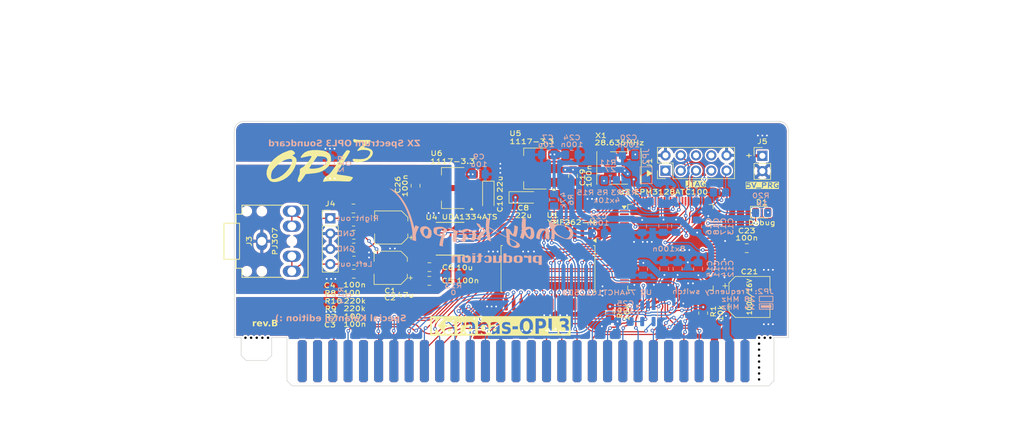
<source format=kicad_pcb>
(kicad_pcb (version 20241229) (generator "pcbnew") (generator_version "9.0")
  (title_block (title "Karabas-OPL3") (date "2025-09-17") (rev "B") (company "Andy Karpov") (comment 2 "Thickness: 1.6mm") (comment 3 "Layers: 2") (comment 4 "Dimensions: 170x64mm") (comment 5 "Min clearance: 0.2mm") (comment 6 "Min track: 0.2mm") (comment 7 "Min hole: 0.3mm") (comment 8 "Min annular ring: 0.15mm"))
  (layers (0 "F.Cu" signal) (2 "B.Cu" signal) (13 "F.Paste" user) (15 "B.Paste" user) (5 "F.SilkS" user "F.Silkscreen") (7 "B.SilkS" user "B.Silkscreen") (1 "F.Mask" user) (3 "B.Mask" user) (25 "Edge.Cuts" user))
  (net 0 "")
  (net 1 "GND")
  (net 2 "+5V")
  (net 3 "+3V3")
  (net 4 "+3V3A")
  (net 5 "/DAC_R")
  (net 6 "/DAC_L")
  (net 43 "DAC_STD")
  (net 50 "SND_L")
  (net 51 "SND_R")
  (net 52 "Net-(X1-OUT)")
  (net 53 "CLK28")
  (net 54 "TMS")
  (net 55 "TDI")
  (net 56 "TDO")
  (net 57 "TCK")
  (net 58 "D4")
  (net 59 "~{WR}")
  (net 60 "A6")
  (net 61 "A2")
  (net 62 "A3")
  (net 63 "A8")
  (net 64 "~{IORQ}")
  (net 65 "A4")
  (net 66 "A9")
  (net 67 "D5")
  (net 68 "D7")
  (net 69 "D3")
  (net 70 "D6")
  (net 71 "~{IODOS}")
  (net 72 "~{M1}")
  (net 73 "D0")
  (net 74 "D2")
  (net 75 "A1")
  (net 76 "A5")
  (net 77 "~{DOS}")
  (net 78 "A7")
  (net 79 "D1")
  (net 80 "~{RST}")
  (net 81 "A0")
  (net 82 "~{RD}")
  (net 83 "CFG0")
  (net 84 "CFG1")
  (net 85 "CFG2")
  (net 86 "CFG3")
  (net 87 "CFG4")
  (net 88 "DAC_DAT")
  (net 89 "DAC_LRCK")
  (net 90 "DAC_BCK")
  (net 91 "YM_DATA")
  (net 92 "YM_A0")
  (net 93 "CLK14")
  (net 94 "YM_A1")
  (net 95 "YM_SMP1")
  (net 96 "~{YM_CS}")
  (net 97 "YM_DCLK")
  (net 98 "YM_SMP2")
  (net 99 "~{IORQGE}")
  (net 100 "GNDA")
  (net 101 "Net-(C1-Pad2)")
  (net 102 "Net-(C2-Pad2)")
  (net 103 "Net-(U4-Vref(DAC))")
  (net 112 "~{WAIT}")
  (net 113 "A15")
  (net 114 "A11")
  (net 115 "A12")
  (net 116 "A13")
  (net 117 "~{MREQ}")
  (net 118 "A14")
  (net 119 "A10")
  (net 127 "Net-(J2-Pin_a13)")
  (net 137 "+12V")
  (net 138 "LED1")
  (net 139 "Net-(D1-A)")
  (net 140 "LED2")
  (footprint "Capacitor_SMD:C_0805_2012Metric_Pad1.18x1.45mm_HandSolder" (layer "F.Cu") (at 182.65 112.7 180)
    (property "Reference" "C23")
    (property "Value" "100n")
  )
  (footprint "footprints:Oscillator_SMD_7050_7.0x5.0mm_mixed_3225" (layer "F.Cu") (at 161.4 99.35 180)
    (property "Reference" "X1")
    (property "Value" "28.636MHz")
  )
  (footprint "Connector_PinHeader_2.54mm:PinHeader_2x05_P2.54mm_Vertical" (layer "F.Cu") (at 169.13 99.79 90)
    (property "Reference" "J1")
    (property "Value" "Conn_02x05_Odd_Even" (hide yes))
  )
  (footprint "Capacitor_SMD:CP_Elec_6.3x7.7" (layer "F.Cu") (at 183.1 120.81)
    (property "Reference" "C21")
    (property "Value" "100u/16V")
  )
  (footprint "Package_TO_SOT_SMD:SOT-223-3_TabPin2" (layer "F.Cu") (at 147.45 99.45 180)
    (property "Reference" "U5")
    (property "Value" "1117-3.3")
  )
  (footprint "Resistor_SMD:R_0805_2012Metric_Pad1.20x1.40mm_HandSolder" (layer "F.Cu") (at 117.23 108.28 180)
    (property "Reference" "R8")
    (property "Value" "100")
  )
  (footprint "Capacitor_SMD:C_0805_2012Metric_Pad1.18x1.45mm_HandSolder" (layer "F.Cu") (at 117.2 106.1)
    (property "Reference" "C4")
    (property "Value" "100n")
  )
  (footprint "footprints:opl3" (layer "F.Cu") (at 114.137583 99.084426)
    (property "Reference" "LOGO1" (hide yes))
    (property "Value" "graphic" (hide yes))
  )
  (footprint "my:NPTH_D=0.4mm" (layer "F.Cu") (at 101.12 127.6)
    (property "Reference" "REF**" (hide yes))
    (property "Value" "" (hide yes))
  )
  (footprint "my:NPTH_D=0.4mm" (layer "F.Cu") (at 185.640001 127.600001)
    (property "Reference" "REF**8" (hide yes))
    (property "Value" "" (hide yes))
  )
  (footprint "Connector_PinHeader_2.54mm:PinHeader_1x04_P2.54mm_Vertical" (layer "F.Cu") (at 113.36 107.725)
    (property "Reference" "J4")
    (property "Value" "Conn_01x04")
  )
  (footprint "Capacitor_SMD:CP_Elec_5x5.9" (layer "F.Cu") (at 123.41 115.96 180)
    (property "Reference" "C2")
    (property "Value" "47u")
  )
  (footprint "my:NPTH_D=0.4mm" (layer "F.Cu") (at 100.18 127.6)
    (property "Reference" "REF**8" (hide yes))
    (property "Value" "" (hide yes))
  )
  (footprint "Connector_PinHeader_2.54mm:PinHeader_1x02_P2.54mm_Vertical" (layer "F.Cu") (at 185.25 97.325)
    (property "Reference" "J5")
    (property "Value" "5V_PRG")
  )
  (footprint "Capacitor_SMD:CP_Elec_5x5.9" (layer "F.Cu") (at 123.5 109.25 180)
    (property "Reference" "C1")
    (property "Value" "47u")
  )
  (footprint "my:NPTH_D=0.4mm" (layer "F.Cu") (at 103 127.6)
    (property "Reference" "REF**9" (hide yes))
    (property "Value" "" (hide yes))
  )
  (footprint "footprints:ymf-262-m" (layer "F.Cu") (at 149.575 116.12 -90)
    (property "Reference" "U1")
    (property "Value" "YMF262-M")
  )
  (footprint "my:NPTH_D=0.4mm" (layer "F.Cu") (at 184.700001 133.540001)
    (property "Reference" "REF**6" (hide yes))
    (property "Value" "" (hide yes))
  )
  (footprint "footprints:SSOP-16_4.4x5.2mm_P0.65mm-extended" (layer "F.Cu") (at 133.29 111.1225 180)
    (property "Reference" "U4")
    (property "Value" "UDA1334ATS")
  )
  (footprint "Capacitor_Tantalum_SMD:CP_EIA-3216-18_Kemet-A_HandSolder" (layer "F.Cu") (at 139.66 104.04 -90)
    (property "Reference" "C10")
    (property "Value" "22u")
  )
  (footprint "Capacitor_SMD:C_0805_2012Metric_Pad1.18x1.45mm_HandSolder" (layer "F.Cu") (at 153.75 100.6775 90)
    (property "Reference" "C19")
    (property "Value" "100n")
  )
  (footprint "Capacitor_SMD:C_0805_2012Metric_Pad1.18x1.45mm_HandSolder" (layer "F.Cu") (at 117.2625 116.95)
    (property "Reference" "C3")
    (property "Value" "100n")
  )
  (footprint "Resistor_SMD:R_0805_2012Metric_Pad1.20x1.40mm_HandSolder" (layer "F.Cu") (at 175.4 123.5 -90)
    (property "Reference" "R1")
    (property "Value" "10k")
  )
  (footprint "my:NPTH_D=0.4mm" (layer "F.Cu") (at 186.580001 127.600001)
    (property "Reference" "REF**9" (hide yes))
    (property "Value" "" (hide yes))
  )
  (footprint "Resistor_SMD:R_0805_2012Metric_Pad1.20x1.40mm_HandSolder" (layer "F.Cu") (at 117.27 110.46)
    (property "Reference" "R10")
    (property "Value" "220k")
  )
  (footprint "Capacitor_SMD:C_0805_2012Metric_Pad1.18x1.45mm_HandSolder" (layer "F.Cu") (at 127.55 102.3 90)
    (property "Reference" "C26")
    (property "Value" "100n")
  )
  (footprint "my:NPTH_D=0.4mm" (layer "F.Cu") (at 184.700001 127.600001)
    (property "Reference" "REF**" (hide yes))
    (property "Value" "" (hide yes))
  )
  (footprint "Resistor_SMD:R_0805_2012Metric_Pad1.20x1.40mm_HandSolder" (layer "F.Cu") (at 159.9 123.45 -90)
    (property "Reference" "R4")
    (property "Value" "10k")
  )
  (footprint "Package_TO_SOT_SMD:SOT-223-3_TabPin2" (layer "F.Cu") (at 133.76 102.69 180)
    (property "Reference" "U6")
    (property "Value" "1117-3.3")
  )
  (footprint "LED_SMD:LED_0805_2012Metric_Pad1.15x1.40mm_HandSolder" (layer "F.Cu") (at 185.15 106.7)
    (property "Reference" "D1")
    (property "Value" "Debug")
  )
  (footprint "my:NPTH_D=0.4mm" (layer "F.Cu") (at 184.700001 134.530001)
    (property "Reference" "REF**7" (hide yes))
    (property "Value" "" (hide yes))
  )
  (footprint "Capacitor_SMD:C_0805_2012Metric_Pad1.18x1.45mm_HandSolder" (layer "F.Cu") (at 129.83 118.13)
    (property "Reference" "C5")
    (property "Value" "100n")
  )
  (footprint "my:NPTH_D=0.4mm" (layer "F.Cu") (at 99.24 127.6)
    (property "Reference" "REF**" (hide yes))
    (property "Value" "" (hide yes))
  )
  (footprint "Package_QFP:TQFP-100_14x14mm_P0.5mm" (layer "F.Cu") (at 169.96 112.545)
    (property "Reference" "U3")
    (property "Value" "EPM3128ATC100")
  )
  (footprint "Resistor_SMD:R_0805_2012Metric_Pad1.20x1.40mm_HandSolder" (layer "F.Cu") (at 117.26 112.6)
    (property "Reference" "R9")
    (property "Value" "220k")
  )
  (footprint "my:NPTH_D=0.4mm" (layer "F.Cu") (at 184.700001 131.560001)
    (property "Reference" "REF**4" (hide yes))
    (property "Value" "" (hide yes))
  )
  (footprint "Capacitor_Tantalum_SMD:CP_EIA-3216-18_Kemet-A_HandSolder" (layer "F.Cu") (at 145.6 104.25)
    (property "Reference" "C8")
    (property "Value" "22u")
  )
  (footprint "my:PJ-307" (layer "F.Cu") (at 101.96 111.54 90)
    (property "Reference" "J3")
    (property "Value" "PJ307")
  )
  (footprint "my:NPTH_D=0.4mm" (layer "F.Cu") (at 184.700001 130.570001)
    (property "Reference" "REF**3" (hide yes))
    (property "Value" "" (hide yes))
  )
  (footprint "my:NPTH_D=0.4mm" (layer "F.Cu") (at 184.700001 128.590001)
    (property "Reference" "REF**1" (hide yes))
    (property "Value" "" (hide yes))
  )
  (footprint "my:NPTH_D=0.4mm" (layer "F.Cu") (at 184.700001 129.580001)
    (property "Reference" "REF**2" (hide yes))
    (property "Value" "" (hide yes))
  )
  (footprint "my:ZX_NEMO_60_EDGE" (layer "F.Cu") (at 106.15 127.56)
    (property "Reference" "J2" (hide yes))
    (property "Value" "Conn_02x30_Row_Letter_First" (hide yes))
  )
  (footprint "my:NPTH_D=0.4mm" (layer "F.Cu") (at 184.700001 132.550001)
    (property "Reference" "REF**5" (hide yes))
    (property "Value" "" (hide yes))
  )
  (footprint "my:NPTH_D=0.4mm" (layer "F.Cu") (at 102.06 127.6)
    (property "Reference" "REF**8" (hide yes))
    (property "Value" "" (hide yes))
  )
  (footprint "Resistor_SMD:R_0805_2012Metric_Pad1.20x1.40mm_HandSolder" (layer "F.Cu") (at 117.3 114.77 180)
    (property "Reference" "R7")
    (property "Value" "100")
  )
  (footprint "Capacitor_SMD:C_0805_2012Metric_Pad1.18x1.45mm_HandSolder" (layer "F.Cu") (at 129.85 115.85)
    (property "Reference" "C6")
    (property "Value" "10u")
  )
  (footprint "Capacitor_SMD:C_0805_2012Metric_Pad1.18x1.45mm_HandSolder" (layer "B.Cu") (at 153.55 97.15 180)
    (property "Reference" "C24")
    (property "Value" "100n")
  )
  (footprint "Capacitor_SMD:C_0805_2012Metric_Pad1.18x1.45mm_HandSolder" (layer "B.Cu") (at 168.91 116.12 90)
    (property "Reference" "C11")
    (property "Value" "100n")
  )
  (footprint "Capacitor_SMD:C_0805_2012Metric_Pad1.18x1.45mm_HandSolder" (layer "B.Cu") (at 174.4 109.05 90)
    (property "Reference" "C13")
    (property "Value" "100n")
  )
  (footprint "Capacitor_SMD:C_0805_2012Metric_Pad1.18x1.45mm_HandSolder" (layer "B.Cu") (at 171.15 116.12 90)
    (property "Reference" "C14")
    (property "Value" "100n")
  )
  (footprint "Capacitor_SMD:C_0805_2012Metric_Pad1.18x1.45mm_HandSolder" (layer "B.Cu") (at 165.4 116.16 -90)
    (property "Reference" "C15")
    (property "Value" "100n")
  )
  (footprint "Capacitor_SMD:C_0805_2012Metric_Pad1.18x1.45mm_HandSolder" (layer "B.Cu") (at 168.75 109.0225 -90)
    (property "Reference" "C18")
    (property "Value" "100n")
  )
  (footprint "Capacitor_SMD:C_0805_2012Metric_Pad1.18x1.45mm_HandSolder" (layer "B.Cu") (at 170.89 109.0225 -90)
    (property "Reference" "C17")
    (property "Value" "100n")
  )
  (footprint "footprints:andy_karpov_logo4_silk" (layer "B.Cu") (at 138.45 109.1 180)
    (property "Reference" "LOGO2" (hide yes))
    (property "Value" "graphic" (hide yes))
  )
  (footprint "Resistor_SMD:R_0805_2012Metric_Pad1.20x1.40mm_HandSolder" (layer "B.Cu") (at 174.27 103.42)
    (property "Reference" "R3")
    (property "Value" "10k")
  )
  (footprint "Resistor_SMD:R_0805_2012Metric_Pad1.20x1.40mm_HandSolder" (layer "B.Cu") (at 170.42 103.42 180)
    (property "Reference" "R5")
    (property "Value" "10k")
  )
  (footprint "Capacitor_SMD:C_0805_2012Metric_Pad1.18x1.45mm_HandSolder" (layer "B.Cu") (at 157.925 110.22 180)
    (property "Reference" "C22")
    (property "Value" "100n")
  )
  (footprint "Resistor_SMD:R_0805_2012Metric_Pad1.20x1.40mm_HandSolder" (layer "B.Cu") (at 166.55 103.45)
    (property "Reference" "R15")
    (property "Value" "10k")
  )
  (footprint "Resistor_SMD:R_0805_2012Metric_Pad1.20x1.40mm_HandSolder" (layer "B.Cu") (at 178.12 103.42 180)
    (property "Reference" "R2")
    (property "Value" "10k")
  )
  (footprint "Capacitor_SMD:C_0805_2012Metric_Pad1.18x1.45mm_HandSolder" (layer "B.Cu") (at 174.55 116.15 90)
    (property "Reference" "C12")
    (property "Value" "100n")
  )
  (footprint "Capacitor_SMD:C_0805_2012Metric_Pad1.18x1.45mm_HandSolder" (layer "B.Cu") (at 165.23 109.0625 -90)
    (property "Reference" "C16")
    (property "Value" "100n")
  )
  (footprint "Resistor_SMD:R_0805_2012Metric_Pad1.20x1.40mm_HandSolder" (layer "B.Cu") (at 159.95 101.4 180)
    (property "Reference" "R11")
    (property "Value" "27")
  )
  (footprint "Resistor_SMD:R_0805_2012Metric_Pad1.20x1.40mm_HandSolder" (layer "B.Cu") (at 150.6 104.65 -90)
    (property "Reference" "R6")
    (property "Value" "47k")
  )
  (footprint "Capacitor_SMD:C_0805_2012Metric_Pad1.18x1.45mm_HandSolder" (layer "B.Cu") (at 163 97.2)
    (property "Reference" "C20")
    (property "Value" "100n")
  )
  (footprint "Capacitor_SMD:C_0805_2012Metric_Pad1.18x1.45mm_HandSolder" (layer "B.Cu") (at 162.2 124.9)
    (property "Reference" "C25")
    (property "Value" "100n")
  )
  (footprint "Capacitor_SMD:C_0805_2012Metric_Pad1.18x1.45mm_HandSolder" (layer "B.Cu") (at 138.08 100.3775)
    (property "Reference" "C9")
    (property "Value" "10u")
  )
  (footprint "Capacitor_SMD:C_0805_2012Metric_Pad1.18x1.45mm_HandSolder" (layer "B.Cu") (at 149.55 97.15 180)
    (property "Reference" "C7")
    (property "Value" "10u")
  )
  (footprint "Resistor_SMD:R_0805_2012Metric_Pad1.20x1.40mm_HandSolder" (layer "B.Cu") (at 133.75 117.2)
    (property "Reference" "R13")
    (property "Value" "0")
  )
  (footprint "Resistor_SMD:R_0805_2012Metric_Pad1.20x1.40mm_HandSolder" (layer "B.Cu") (at 113.45 120.55 -90)
    (property "Reference" "R14")
    (property "Value" "0")
  )
  (footprint "Jumper:SolderJumper-2_P1.3mm_Open_TrianglePad1.0x1.5mm" (layer "B.Cu") (at 165.9 100.55 90)
    (property "Reference" "JP2")
    (property "Value" "Clock Selector")
  )
  (footprint "Resistor_SMD:R_0805_2012Metric_Pad1.20x1.40mm_HandSolder" (layer "B.Cu") (at 113.3 98.65 90)
    (property "Reference" "R12")
    (property "Value" "0")
  )
  (footprint "Package_TO_SOT_SMD:SOT-23-5_HandSoldering" (layer "B.Cu") (at 166.2 123.55 -90)
    (property "Reference" "U2")
    (property "Value" "74AHCT1G125DB")
  )
  (footprint "Resistor_SMD:R_0805_2012Metric_Pad1.20x1.40mm_HandSolder" (layer "B.Cu") (at 185.13 106.82)
    (property "Reference" "R20")
    (property "Value" "1k")
  )
  (gr_poly (pts (xy 166.1 99.75) (xy 166.1 100.7) (xy 166.85 100.25)) (stroke (width 0.15)) (fill yes) (layer "F.SilkS"))
  (gr_rect (start 185.05 122.25) (end 186.7 122.55) (stroke (width 0.15)) (fill yes) (layer "B.SilkS"))
  (gr_rect (start 184.75 120.7) (end 187 121.6) (stroke (width 0.15)) (fill no) (layer "B.SilkS"))
  (gr_rect (start 184.75 121.95) (end 187 122.85) (stroke (width 0.15)) (fill no) (layer "B.SilkS"))
  (gr_line (start 97.4 127.57) (end 97.375805 93.193217) (stroke (width 0.1)) (layer "Edge.Cuts"))
  (gr_arc (start 97.375805 93.193217) (mid 97.85 92.05) (end 98.996711 91.58432) (stroke (width 0.1)) (layer "Edge.Cuts"))
  (gr_line (start 106.99 135.6) (end 186.34 135.6) (stroke (width 0.1)) (layer "Edge.Cuts"))
  (gr_line (start 106.15 127.57) (end 106.15 134.76) (stroke (width 0.1)) (layer "Edge.Cuts"))
  (gr_line (start 99.37 131.385) (end 98.53 130.545) (stroke (width 0.1)) (layer "Edge.Cuts"))
  (gr_line (start 98.53 130.545) (end 98.53 127.57) (stroke (width 0.1)) (layer "Edge.Cuts"))
  (gr_line (start 189.6 127.57) (end 189.6 93.223043) (stroke (width 0.1)) (layer "Edge.Cuts"))
  (gr_line (start 189.6 127.57) (end 187.18 127.57) (stroke (width 0.1)) (layer "Edge.Cuts"))
  (gr_line (start 187.18 127.57) (end 187.18 134.76) (stroke (width 0.1)) (layer "Edge.Cuts"))
  (gr_line (start 106.15 134.76) (end 106.99 135.6) (stroke (width 0.1)) (layer "Edge.Cuts"))
  (gr_line (start 103.61 127.57) (end 103.61 130.545) (stroke (width 0.1)) (layer "Edge.Cuts"))
  (gr_arc (start 187.991103 91.6) (mid 189.13432 92.074195) (end 189.6 93.220906) (stroke (width 0.1)) (layer "Edge.Cuts"))
  (gr_line (start 102.77 131.385) (end 103.61 130.545) (stroke (width 0.1)) (layer "Edge.Cuts"))
  (gr_line (start 98.996711 91.584282) (end 188 91.6) (stroke (width 0.1)) (layer "Edge.Cuts"))
  (gr_line (start 106.15 127.57) (end 103.61 127.57) (stroke (width 0.1)) (layer "Edge.Cuts"))
  (gr_line (start 102.77 131.385) (end 99.37 131.385) (stroke (width 0.1)) (layer "Edge.Cuts"))
  (gr_line (start 187.18 134.76) (end 186.34 135.6) (stroke (width 0.1)) (layer "Edge.Cuts"))
  (gr_line (start 97.4 127.57) (end 98.53 127.57) (stroke (width 0.1)) (layer "Edge.Cuts"))
  (gr_text "+" (at 182.3 97.7 0) (layer "F.SilkS") (effects (font (size 0.8 1) (thickness 0.15) (bold yes)) (justify left bottom)))
  (gr_text "rev.${REVISION}" (at 102.5 125.25 0) (layer "F.SilkS") (effects (font (size 1.07 1.07) (thickness 0.214) (bold yes))))
  (gr_text "Karabas-OPL3" (at 141.65 125.9 0) (layer "F.SilkS" knockout) (effects (font (size 2.5 2.1) (thickness 0.42) (bold yes))))
  (gr_text "ZX Spectrum OPL3 Soundcard" (at 115.7 95.3 0) (layer "B.SilkS") (effects (font (size 1.07 1.07) (thickness 0.214) (bold yes)) (justify mirror)))
  (gr_text "4x" (at 161.7 105.2 0) (layer "B.SilkS") (effects (font (size 0.8 1) (thickness 0.15) (bold yes)) (justify left bottom mirror)))
  (gr_text "JP2: Frequency switch\n    28 MHz \n    14 MHz" (at 187.25 122.95 0) (layer "B.SilkS") (effects (font (size 0.8 1) (thickness 0.15) (bold yes)) (justify left bottom mirror)))
  (gr_text "Special Kalantaj edition :)" (at 115.1 124.4 0) (layer "B.SilkS") (effects (font (size 1.07 1.07) (thickness 0.214) (bold yes)) (justify mirror)))
  (gr_text "8x100n" (at 169.695 112.8175 0) (layer "B.SilkS") (effects (font (size 0.8 1)) (justify mirror)))
  (segment (start 177.6225 107.045) (end 176.555 107.045) (width 0.2) (layer "F.Cu") (net 1))
  (segment (start 163.96 118.81) (end 163.95 118.8) (width 0.2) (layer "F.Cu") (net 1))
  (segment (start 169.96 120.2075) (end 169.96 119.21) (width 0.2) (layer "F.Cu") (net 1))
  (segment (start 136.19 108.8475) (end 136.19 109.4975) (width 0.2) (layer "F.Cu") (net 1))
  (segment (start 179.005 111.545) (end 179.05 111.5) (width 0.2) (layer "F.Cu") (net 1))
  (segment (start 182.355 131.49) (end 182.355 125.955) (width 0.5) (layer "F.Cu") (net 1))
  (segment (start 176.555 107.045) (end 176.25 107.35) (width 0.2) (layer "F.Cu") (net 1))
  (segment (start 182.355 125.955) (end 182.35 125.95) (width 0.5) (layer "F.Cu") (net 1))
  (segment (start 177.6225 114.545) (end 178.945 114.545) (width 0.2) (layer "F.Cu") (net 1))
  (segment (start 166.46 105.918183) (end 166.341683 106.0365) (width 0.2) (layer "F.Cu") (net 1))
  (segment (start 161.1625 123.121953) (end 162.210453 122.074) (width 0.2) (layer "F.Cu") (net 1))
  (segment (start 178.945 117.545) (end 178.95 117.55) (width 0.2) (layer "F.Cu") (net 1))
  (segment (start 136.19 109.4975) (end 136.19 110.1475) (width 0.2) (layer "F.Cu") (net 1))
  (segment (start 167.46 119.06) (end 167.2 118.8) (width 0.2) (layer "F.Cu") (net 1))
  (segment (start 130.39 108.8475) (end 130.39 109.4975) (width 0.4) (layer "F.Cu") (net 1))
  (segment (start 172.167107 121.832893) (end 172.1 121.9) (width 0.2) (layer "F.Cu") (net 1))
  (segment (start 163.795 111.545) (end 163.9 111.65) (width 0.2) (layer "F.Cu") (net 1))
  (segment (start 166.46 104.8825) (end 166.46 105.918183) (width 0.2) (layer "F.Cu") (net 1))
  (segment (start 172.46 120.2075) (end 172.46 121.125786) (width 0.2) (layer "F.Cu") (net 1))
  (segment (start 169.96 119.21) (end 169.6 118.85) (width 0.2) (layer "F.Cu") (net 1))
  (segment (start 136.19 110.1475) (end 136.19 110.7975) (width 0.2) (layer "F.Cu") (net 1))
  (segment (start 130.39 109.4975) (end 136.19 109.4975) (width 0.4) (layer "F.Cu") (net 1))
  (segment (start 174.96 104.8825) (end 174.96 106.46) (width 0.2) (layer "F.Cu") (net 1))
  (segment (start 174.96 106.46) (end 175.1 106.6) (width 0.2) (layer "F.Cu") (net 1))
  (segment (start 177.6225 117.545) (end 178.945 117.545) (width 0.2) (layer "F.Cu") (net 1))
  (segment (start 167.46 120.2075) (end 167.46 119.06) (width 0.2) (layer "F.Cu") (net 1))
  (segment (start 162.2975 111.545) (end 163.795 111.545) (width 0.2) (layer "F.Cu") (net 1))
  (segment (start 161.1625 124.9) (end 161.1625 123.121953) (width 0.2) (layer "F.Cu") (net 1))
  (segment (start 163.96 120.2075) (end 163.96 118.81) (width 0.2) (layer "F.Cu") (net 1))
  (segment (start 177.6225 111.545) (end 179.005 111.545) (width 0.2) (layer "F.Cu") (net 1))
  (segment (start 178.945 114.545) (end 178.95 114.55) (width 0.2) (layer "F.Cu") (net 1))
  (via (at 140.2 122.4) (size 0.6) (drill 0.3) (layers "F.Cu" "B.Cu") (net 1))
  (via (at 152.75 123.85) (size 0.6) (drill 0.3) (layers "F.Cu" "B.Cu") (net 1))
  (via (at 166.1 111.65) (size 0.6) (drill 0.3) (layers "F.Cu" "B.Cu") (net 1))
  (via (at 163.9 111.65) (size 0.6) (drill 0.3) (layers "F.Cu" "B.Cu") (net 1))
  (via (at 169.6 118.85) (size 0.6) (drill 0.3) (layers "F.Cu" "B.Cu") (net 1))
  (via (at 175.1 106.6) (size 0.6) (drill 0.3) (layers "F.Cu" "B.Cu") (net 1))
  (via (at 186 93.95) (size 0.6) (drill 0.3) (layers "F.Cu" "B.Cu") (net 1))
  (via (at 114.05 96.15) (size 0.6) (drill 0.3) (layers "F.Cu" "B.Cu") (net 1))
  (via (at 178.95 117.55) (size 0.6) (drill 0.3) (layers "F.Cu" "B.Cu") (net 1))
  (via (at 172.85 115.05) (size 0.6) (drill 0.3) (layers "F.Cu" "B.Cu") (net 1))
  (via (at 113.3 96.15) (size 0.6) (drill 0.3) (layers "F.Cu" "B.Cu") (net 1))
  (via (at 141.65 100.15) (size 0.6) (drill 0.3) (layers "F.Cu" "B.Cu") (net 1))
  (via (at 114.2 123.3) (size 0.6) (drill 0.3) (layers "F.Cu" "B.Cu") (net 1))
  (via (at 145.3 126.4) (size 0.6) (drill 0.3) (layers "F.Cu" "B.Cu") (net 1))
  (via (at 113.45 123.3) (size 0.6) (drill 0.3) (layers "F.Cu" "B.Cu") (net 1))
  (via (at 146.8 126.4) (size 0.6) (drill 0.3) (layers "F.Cu" "B.Cu") (net 1))
  (via (at 172.35 113) (size 0.6) (drill 0.3) (layers "F.Cu" "B.Cu") (net 1))
  (via (at 157.65 104.5) (size 0.6) (drill 0.3) (layers "F.Cu" "B.Cu") (net 1))
  (via (at 161.1625 124.9) (size 0.6) (drill 0.3) (layers "F.Cu" "B.Cu") (net 1))
  (via (at 141.2 113.25) (size 0.6) (drill 0.3) (layers "F.Cu" "B.Cu") (net 1))
  (via (at 141.65 99.4) (size 0.6) (drill 0.3) (layers "F.Cu" "B.Cu") (net 1))
  (via (at 163.95 118.8) (size 0.6) (drill 0.3) (layers "F.Cu" "B.Cu") (net 1))
  (via (at 173.1 113) (size 0.6) (drill 0.3) (layers "F.Cu" "B.Cu") (net 1))
  (via (at 158.55 125.7) (size 0.6) (drill 0.3) (layers "F.Cu" "B.Cu") (net 1))
  (via (at 158.65 119.05) (size 0.6) (drill 0.3) (layers "F.Cu" "B.Cu") (net 1))
  (via (at 139.45 122.4) (size 0.6) (drill 0.3) (layers "F.Cu" "B.Cu") (net 1))
  (via (at 146.05 126.4) (size 0.6) (drill 0.3) (layers "F.Cu" "B.Cu") (net 1))
  (via (at 167.2 118.8) (size 0.6) (drill 0.3) (layers "F.Cu" "B.Cu") (net 1))
  (via (at 156.15 104.5) (size 0.6) (drill 0.3) (layers "F.Cu" "B.Cu") (net 1))
  (via (at 172.9 118.55) (size 0.6) (drill 0.3) (layers "F.Cu" "B.Cu") (net 1))
  (via (at 179.05 111.5) (size 0.6) (drill 0.3) (layers "F.Cu" "B.Cu") (net 1))
  (via (at 112.55 96.15) (size 0.6) (drill 0.3) (layers "F.Cu" "B.Cu") (net 1))
  (via (at 148.95 123.85) (size 0.6) (drill 0.3) (layers "F.Cu" "B.Cu") (net 1))
  (via (at 187 116.3) (size 0.6) (drill 0.3) (layers "F.Cu" "B.Cu") (net 1))
  (via (at 156.9 104.5) (size 0.6) (drill 0.3) (layers "F.Cu" "B.Cu") (net 1))
  (via (at 187 125.35) (size 0.6) (drill 0.3) (layers "F.Cu" "B.Cu") (net 1))
  (via (at 146.3 113.25) (size 0.6) (drill 0.3) (layers "F.Cu" "B.Cu") (net 1))
  (via (at 171.6 113) (size 0.6) (drill 0.3) (layers "F.Cu" "B.Cu") (net 1))
  (via (at 151.6 123.85) (size 0.6) (drill 0.3) (layers "F.Cu" "B.Cu") (net 1))
  (via (at 158.65 119.8) (size 0.6) (drill 0.3) (layers "F.Cu" "B.Cu") (net 1))
  (via (at 186.25 116.3) (size 0.6) (drill 0.3) (layers "F.Cu" "B.Cu") (net 1))
  (via (at 145.45 113.25) (size 0.6) (drill 0.3) (layers "F.Cu" "B.Cu") (net 1))
  (via (at 141.65 98.65) (size 0.6) (drill 0.3) (layers "F.Cu" "B.Cu") (net 1))
  (via (at 139.7 113.25) (size 0.6) (drill 0.3) (layers "F.Cu" "B.Cu") (net 1))
  (via (at 178.95 114.55) (size 0.6) (drill 0.3) (layers "F.Cu" "B.Cu") (net 1))
  (via (at 172.1 121.9) (size 0.6) (drill 0.3) (layers "F.Cu" "B.Cu") (net 1))
  (via (at 166.85 111.65) (size 0.6) (drill 0.3) (layers "F.Cu" "B.Cu") (net 1))
  (via (at 186.25 125.35) (size 0.6) (drill 0.3) (layers "F.Cu" "B.Cu") (net 1))
  (via (at 184.5 93.95) (size 0.6) (drill 0.3) (layers "F.Cu" "B.Cu") (net 1))
  (via (at 173.7 118.55) (size 0.6) (drill 0.3) (layers "F.Cu" "B.Cu") (net 1))
  (via (at 147.25 113.25) (size 0.6) (drill 0.3) (layers "F.Cu" "B.Cu") (net 1))
  (via (at 166.341683 106.0365) (size 0.6) (drill 0.3) (layers "F.Cu" "B.Cu") (net 1))
  (via (at 137.3 124.45) (size 0.6) (drill 0.3) (layers "F.Cu" "B.Cu") (net 1))
  (via (at 165.35 111.65) (size 0.6) (drill 0.3) (layers "F.Cu" "B.Cu") (net 1))
  (via (at 185.25 93.95) (size 0.6) (drill 0.3) (layers "F.Cu" "B.Cu") (net 1))
  (via (at 140.95 122.4) (size 0.6) (drill 0.3) (layers "F.Cu" "B.Cu") (net 1))
  (via (at 140.45 113.25) (size 0.6) (drill 0.3) (layers "F.Cu" "B.Cu") (net 1))
  (via (at 112.7 123.3) (size 0.6) (drill 0.3) (layers "F.Cu" "B.Cu") (net 1))
  (via (at 185.5 116.3) (size 0.6) (drill 0.3) (layers "F.Cu" "B.Cu") (net 1))
  (via (at 176.25 107.35) (size 0.6) (drill 0.3) (layers "F.Cu" "B.Cu") (net 1))
  (via (at 149.95 123.85) (size 0.6) (drill 0.3) (layers "F.Cu" "B.Cu") (net 1))
  (via (at 185.5 125.35) (size 0.6) (drill 0.3) (layers "F.Cu" "B.Cu") (net 1))
  (via (at 158.65 120.6) (size 0.6) (drill 0.3) (layers "F.Cu" "B.Cu") (net 1))
  (arc (start 172.46 121.125786) (mid 172.38388 121.508469) (end 172.167107 121.832893) (width 0.2) (layer "F.Cu") (net 1))
  (segment (start 121.395 131.49) (end 121.395 128.255) (width 0.5) (layer "B.Cu") (net 1))
  (segment (start 141.715 131.49) (end 141.715 127.249214) (width 0.5) (layer "B.Cu") (net 1))
  (segment (start 182.355 126.005) (end 182.35 126) (width 0.2) (layer "B.Cu") (net 1))
  (segment (start 122.5 126.735786) (end 122.5 125.85) (width 0.5) (layer "B.Cu") (net 1))
  (segment (start 182.355 131.49) (end 182.355 126.005) (width 0.5) (layer "B.Cu") (net 1))
  (segment (start 123.935 131.49) (end 123.935 128.115) (width 0.5) (layer "B.Cu") (net 1))
  (segment (start 123.935 128.115) (end 124.35 127.7) (width 0.5) (layer "B.Cu") (net 1))
  (segment (start 159.35 124.9) (end 158.55 125.7) (width 0.2) (layer "B.Cu") (net 1))
  (segment (start 161.1625 124.9) (end 159.35 124.9) (width 0.2) (layer "B.Cu") (net 1))
  (segment (start 142.007893 126.542107) (end 142.5 126.05) (width 0.5) (layer "B.Cu") (net 1))
  (segment (start 125.2 126.021573) (end 125.2 125.75) (width 0.5) (layer "B.Cu") (net 1))
  (segment (start 124.35 127.7) (end 124.614214 127.435786) (width 0.5) (layer "B.Cu") (net 1))
  (segment (start 121.95 127.7) (end 122.207107 127.442893) (width 0.5) (layer "B.Cu") (net 1))
  (segment (start 121.395 128.255) (end 121.95 127.7) (width 0.5) (layer "B.Cu") (net 1))
  (arc (start 142.007893 126.542107) (mid 141.79112 126.86653) (end 141.715 127.249214) (width 0.5) (layer "B.Cu") (net 1))
  (arc (start 125.2 126.021573) (mid 125.047759 126.78694) (end 124.614214 127.435786) (width 0.5) (layer "B.Cu") (net 1))
  (arc (start 122.5 126.735786) (mid 122.42388 127.118469) (end 122.207107 127.442893) (width 0.5) (layer "B.Cu") (net 1))
  (segment (start 163.2 122.4) (end 163.2 123.05) (width 0.2) (layer "F.Cu") (net 2))
  (segment (start 159.9 122.45) (end 159.9 122.4) (width 0.2) (layer "F.Cu") (net 2))
  (segment (start 165.946447 123.153553) (end 166.210562 122.889438) (width 0.2) (layer "F.Cu") (net 2))
  (segment (start 167.975 122.4) (end 167.131265 122.4) (width 0.2) (layer "F.Cu") (net 2))
  (segment (start 137.05 100.4) (end 136.92 100.4) (width 0.2) (layer "F.Cu") (net 2))
  (segment (start 177.275 131.49) (end 177.275 127.117641) (width 1.2) (layer "F.Cu") (net 2))
  (segment (start 180.4 121.507359) (end 180.4 120.81) (width 1.2) (layer "F.Cu") (net 2))
  (segment (start 177.635787 123.085787) (end 178.85 124.3) (width 0.2) (layer "F.Cu") (net 2))
  (segment (start 178.15368 124.99632) (end 178.85 124.3) (width 1.2) (layer "F.Cu") (net 2))
  (segment (start 178.85 124.3) (end 179.521321 123.628679) (width 1.2) (layer "F.Cu") (net 2))
  (segment (start 156.56 110.2) (end 157.25 110.2) (width 0.5) (layer "F.Cu") (net 2))
  (segment (start 185.25 97.325) (end 181.433357 97.325) (width 0.5) (layer "F.Cu") (net 2))
  (segment (start 180.4 120.81) (end 180.721321 120.488679) (width 1.2) (layer "F.Cu") (net 2))
  (segment (start 139.155534 95.114466) (end 138.374466 95.895534) (width 1.2) (layer "F.Cu") (net 2))
  (segment (start 169.703553 123.303553) (end 169.607857 123.207857) (width 0.2) (layer "F.Cu") (net 2))
  (segment (start 181.433357 97.325) (end 181.408357 97.35) (width 0.2) (layer "F.Cu") (net 2))
  (segment (start 162.15 124.429211) (end 162.25 124.529211) (width 0.2) (layer "F.Cu") (net 2))
  (segment (start 150.6 93.8) (end 150.6 97.15) (width 1.2) (layer "F.Cu") (net 2))
  (segment (start 169.475 122.887111) (end 169.475 122.075) (width 0.2) (layer "F.Cu") (net 2))
  (segment (start 150.65 97.1) (end 150.6 97.15) (width 0.2) (layer "F.Cu") (net 2))
  (segment (start 175.4 122.5) (end 176.221573 122.5) (width 0.2) (layer "F.Cu") (net 2))
  (segment (start 179.2 123.95) (end 178.975 124.175) (width 0.2) (layer "F.Cu") (net 2))
  (segment (start 169.475 122.075) (end 169.7 121.85) (width 0.2) (layer "F.Cu") (net 2))
  (segment (start 162.15 124.1) (end 162.15 124.429211) (width 0.2) (layer "F.Cu") (net 2))
  (segment (start 170.804843 123.195157) (end 170.696446 123.303554) (width 0.2) (layer "F.Cu") (net 2))
  (segment (start 136.92 100.4) (end 136.91 100.39) (width 0.2) (layer "F.Cu") (net 2))
  (segment (start 150.75 93.65) (end 150.6 93.8) (width 1.2) (layer "F.Cu") (net 2))
  (segment (start 176.528932 93.65) (end 150.75 93.65) (width 1.2) (layer "F.Cu") (net 2))
  (segment (start 180.135534 95.185534) (end 180.064466 95.114466) (width 1.2) (layer "F.Cu") (net 2))
  (segment (start 163.2 123.05) (end 162.15 124.1) (width 0.2) (layer "F.Cu") (net 2))
  (segment (start 165.8 124.5) (end 165.8 123.507107) (width 0.2) (layer "F.Cu") (net 2))
  (segment (start 171.85 123.05) (end 171.155282 123.05) (width 0.2) (layer "F.Cu") (net 2))
  (segment (start 136.91 99.431068) (end 136.91 100.39) (width 1.2) (layer "F.Cu") (net 2))
  (segment (start 150.75 93.65) (end 142.691068 93.65) (width 1.2) (layer "F.Cu") (net 2))
  (segment (start 166.424158 122.692893) (end 166.227613 122.889438) (width 0.2) (layer "F.Cu") (net 2))
  (segment (start 166.210562 122.889438) (end 166.227613 122.889438) (width 0.2) (layer "F.Cu") (net 2))
  (segment (start 170.342893 123.45) (end 170.057107 123.45) (width 0.2) (layer "F.Cu") (net 2))
  (segment (start 181.6 118.367359) (end 181.6 98.721068) (width 1.2) (layer "F.Cu") (net 2))
  (via (at 136.4 100.4) (size 0.6) (drill 0.3) (layers "F.Cu" "B.Cu") (net 2))
  (via (at 179.2 123.95) (size 0.6) (drill 0.3) (layers "F.Cu" "B.Cu") (net 2))
  (via (at 167.975 122.4) (size 0.6) (drill 0.3) (layers "F.Cu" "B.Cu") (net 2))
  (via (at 166.227613 122.889438) (size 0.6) (drill 0.3) (layers "F.Cu" "B.Cu") (net 2))
  (via (at 159.9 122.4) (size 0.6) (drill 0.3) (layers "F.Cu" "B.Cu") (net 2))
  (via (at 162.25 124.529211) (size 0.6) (drill 0.3) (layers "F.Cu" "B.Cu") (net 2))
  (via (at 150.65 97.1) (size 0.6) (drill 0.3) (layers "F.Cu" "B.Cu") (net 2))
  (via (at 157.25 110.2) (size 0.6) (drill 0.3) (layers "F.Cu" "B.Cu") (net 2))
  (via (at 175.4 122.5) (size 0.6) (drill 0.3) (layers "F.Cu" "B.Cu") (net 2))
  (via (at 137.05 100.4) (size 0.6) (drill 0.3) (layers "F.Cu" "B.Cu") (net 2))
  (via (at 169.7 121.85) (size 0.6) (drill 0.3) (layers "F.Cu" "B.Cu") (net 2))
  (via (at 163.2 122.4) (size 0.6) (drill 0.3) (layers "F.Cu" "B.Cu") (net 2))
  (via (at 165.8 124.5) (size 0.6) (drill 0.3) (layers "F.Cu" "B.Cu") (net 2))
  (via (at 150 97.1) (size 0.6) (drill 0.3) (layers "F.Cu" "B.Cu") (net 2))
  (via (at 178.4 124.75) (size 0.6) (drill 0.3) (layers "F.Cu" "B.Cu") (net 2))
  (via (at 171.85 123.05) (size 0.6) (drill 0.3) (layers "F.Cu" "B.Cu") (net 2))
  (arc (start 180.064466 95.114466) (mid 178.442349 94.030602) (end 176.528932 93.65) (width 1.2) (layer "F.Cu") (net 2))
  (arc (start 170.696446 123.303554) (mid 170.534234 123.41194) (end 170.342893 123.45) (width 0.2) (layer "F.Cu") (net 2))
  (arc (start 142.691068 93.65) (mid 140.777651 94.030602) (end 139.155534 95.114466) (width 1.2) (layer "F.Cu") (net 2))
  (arc (start 169.703553 123.303553) (mid 169.865765 123.41194) (end 170.057107 123.45) (width 0.2) (layer "F.Cu") (net 2))
  (arc (start 177.635787 123.085787) (mid 176.98694 122.652241) (end 176.221573 122.5) (width 0.2) (layer "F.Cu") (net 2))
  (arc (start 179.521321 123.628679) (mid 180.171639 122.655409) (end 180.4 121.507359) (width 1.2) (layer "F.Cu") (net 2))
  (arc (start 166.424158 122.692893) (mid 166.748581 122.47612) (end 167.131265 122.4) (width 0.2) (layer "F.Cu") (net 2))
  (arc (start 170.804843 123.195157) (mid 170.965626 123.087725) (end 171.155282 123.05) (width 0.2) (layer "F.Cu") (net 2))
  (arc (start 136.91 99.431068) (mid 137.290602 97.517651) (end 138.374466 95.895534) (width 1.2) (layer "F.Cu") (net 2))
  (arc (start 180.135534 95.185534) (mid 181.219398 96.807651) (end 181.6 98.721068) (width 1.2) (layer "F.Cu") (net 2))
  (arc (start 180.721321 120.488679) (mid 181.371639 119.515409) (end 181.6 118.367359) (width 1.2) (layer "F.Cu") (net 2))
  (arc (start 177.275 127.117641) (mid 177.503362 125.96959) (end 178.15368 124.99632) (width 1.2) (layer "F.Cu") (net 2))
  (arc (start 165.8 123.507107) (mid 165.83806 123.315765) (end 165.946447 123.153553) (width 0.2) (layer "F.Cu") (net 2))
  (arc (start 169.475 122.887111) (mid 169.509528 123.060697) (end 169.607857 123.207857) (width 0.2) (layer "F.Cu") (net 2))
  (segment (start 165.25 124.9) (end 163.2375 124.9) (width 0.2) (layer "B.Cu") (net 2))
  (segment (start 137.0425 100.3925) (end 137.05 100.4) (width 0.2) (layer "B.Cu") (net 2))
  (segment (start 166.2 122.2) (end 166.2 122.861825) (width 0.2) (layer "B.Cu") (net 2))
  (segment (start 150.5875 97.15) (end 150.6 97.15) (width 0.2) (layer "B.Cu") (net 2))
  (segment (start 168.95 121.85) (end 168.764214 121.85) (width 0.2) (layer "B.Cu") (net 2))
  (segment (start 162.866711 124.529211) (end 163.2375 124.9) (width 0.2) (layer "B.Cu") (net 2))
  (segment (start 155.465328 110.22) (end 156.8875 110.22) (width 0.5) (layer "B.Cu") (net 2))
  (segment (start 156.9075 110.2) (end 156.8875 110.22) (width 0.2) (layer "B.Cu") (net 2))
  (segment (start 152.5125 97.15) (end 150.7 97.15) (width 1) (layer "B.Cu") (net 2))
  (segment (start 179.2 127.4) (end 179.2 123.95) (width 1.2) (layer "B.Cu") (net 2))
  (segment (start 165.4 124.9) (end 165.8 124.5) (width 0.2) (layer "B.Cu") (net 2))
  (segment (start 150.6 97.15) (end 150.6 103.65) (width 0.5) (layer "B.Cu") (net 2))
  (segment (start 179.815 128.015) (end 179.2 127.4) (width 1.2) (layer "B.Cu") (net 2))
  (segment (start 157.25 110.2) (end 156.9075 110.2) (width 0.2) (layer "B.Cu") (net 2))
  (segment (start 150.7 97.15) (end 150.65 97.1) (width 1) (layer "B.Cu") (net 2))
  (segment (start 162.25 124.529211) (end 162.866711 124.529211) (width 0.2) (layer "B.Cu") (net 2))
  (segment (start 167.95 122.25) (end 167.975 122.275) (width 0.2) (layer "B.Cu") (net 2))
  (segment (start 137.0425 100.3775) (end 137.0425 100.3925) (width 0.2) (layer "B.Cu") (net 2))
  (segment (start 169.7 121.85) (end 168.95 121.85) (width 0.2) (layer "B.Cu") (net 2))
  (segment (start 172.885789 123) (end 171.9 123) (width 0.2) (layer "B.Cu") (net 2))
  (segment (start 167.975 122.275) (end 167.975 122.4) (width 0.2) (layer "B.Cu") (net 2))
  (segment (start 150.6 97.15) (end 150.65 97.1) (width 0.2) (layer "B.Cu") (net 2))
  (segment (start 150.6 103.65) (end 152.307107 105.357107) (width 0.5) (layer "B.Cu") (net 2))
  (segment (start 152.6 106.064214) (end 152.6 107.861563) (width 0.5) (layer "B.Cu") (net 2))
  (segment (start 179.815 131.49) (end 179.815 128.015) (width 1.2) (layer "B.Cu") (net 2))
  (segment (start 166.2 122.861825) (end 166.227613 122.889438) (width 0.2) (layer "B.Cu") (net 2))
  (segment (start 165.25 124.9) (end 165.4 124.9) (width 0.2) (layer "B.Cu") (net 2))
  (segment (start 179.2 123.95) (end 178.4 124.75) (width 1.2) (layer "B.Cu") (net 2))
  (segment (start 175.4 122.5) (end 174.092788 122.5) (width 0.2) (layer "B.Cu") (net 2))
  (segment (start 168.057107 122.142893) (end 167.95 122.25) (width 0.2) (layer "B.Cu") (net 2))
  (segment (start 159.9 122.4) (end 163.2 122.4) (width 0.2) (layer "B.Cu") (net 2))
  (segment (start 171.9 123) (end 171.85 123.05) (width 0.2) (layer "B.Cu") (net 2))
  (arc (start 168.057107 122.142893) (mid 168.38153 121.92612) (end 168.764214 121.85) (width 0.2) (layer "B.Cu") (net 2))
  (arc (start 152.307107 105.357107) (mid 152.52388 105.681531) (end 152.6 106.064214) (width 0.5) (layer "B.Cu") (net 2))
  (arc (start 172.885789 123) (mid 173.268465 122.923882) (end 173.592893 122.707107) (width 0.2) (layer "B.Cu") (net 2))
  (arc (start 152.6 107.861563) (mid 152.752239 108.626929) (end 153.185787 109.275787) (width 0.5) (layer "B.Cu") (net 2))
  (arc (start 174.092788 122.5) (mid 173.822249 122.553822) (end 173.592893 122.707107) (width 0.2) (layer "B.Cu") (net 2))
  (arc (start 155.465328 110.22) (mid 154.231646 109.974605) (end 153.185787 109.275787) (width 0.5) (layer "B.Cu") (net 2))
  (segment (start 163.85 101.25) (end 163.6 101.25) (width 0.2) (layer "F.Cu") (net 3))
  (segment (start 171.67 97.25) (end 172.374214 97.954214) (width 0.2) (layer "F.Cu") (net 3))
  (segment (start 172.96 104.8825) (end 172.96 105.20848) (width 0.2) (layer "F.Cu") (net 3))
  (segment (start 168.46 104.8825) (end 168.46 107.76) (width 0.2) (layer "F.Cu") (net 3))
  (segment (start 163.6 101.25) (end 162.85 100.5) (width 0.2) (layer "F.Cu") (net 3))
  (segment (start 134.5525 111.4475) (end 134.55 111.45) (width 0.2) (layer "F.Cu") (net 3))
  (segment (start 170.46 120.2075) (end 170.46 118.668427) (width 0.2) (layer "F.Cu") (net 3))
  (segment (start 165.345 115.045) (end 165.45 115.15) (width 0.2) (layer "F.Cu") (net 3))
  (segment (start 136.19 111.4475) (end 134.5525 111.4475) (width 0.4) (layer "F.Cu") (net 3))
  (segment (start 168.46 107.76) (end 168.65 107.95) (width 0.2) (layer "F.Cu") (net 3))
  (segment (start 172.478093 106.371907) (end 170.9 107.95) (width 0.2) (layer "F.Cu") (net 3))
  (segment (start 175.359213 117.959213) (end 174.6 117.2) (width 0.2) (layer "F.Cu") (net 3))
  (segment (start 164.09 97.1) (end 163.94 97.25) (width 0.2) (layer "F.Cu") (net 3))
  (segment (start 165.087893 107.837893) (end 165.25 108) (width 0.2) (layer "F.Cu") (net 3))
  (segment (start 164.1 97.1) (end 164.09 97.1) (width 0.2) (layer "F.Cu") (net 3))
  (segment (start 150.79 99.64) (end 153.75 99.64) (width 1) (layer "F.Cu") (net 3))
  (segment (start 177.6225 118.545) (end 176.773427 118.545) (width 0.2) (layer "F.Cu") (net 3))
  (segment (start 174.759213 110.459213) (end 174.4 110.1) (width 0.2) (layer "F.Cu") (net 3))
  (segment (start 171.045787 117.254213) (end 171.15 117.15) (width 0.2) (layer "F.Cu") (net 3))
  (segment (start 162.2975 115.045) (end 165.345 115.045) (width 0.2) (layer "F.Cu") (net 3))
  (segment (start 167.96 120.2075) (end 167.96 118.968427) (width 0.2) (layer "F.Cu") (net 3))
  (segment (start 172.96 99.368427) (end 172.96 104.8825) (width 0.2) (layer "F.Cu") (net 3))
  (segment (start 162.85 100.35) (end 162.85 98.2) (width 1) (layer "F.Cu") (net 3))
  (segment (start 144.3 104.11) (end 144.16 104.25) (width 1) (layer "F.Cu") (net 3))
  (segment (start 177.6225 111.045) (end 176.173427 111.045) (width 0.2) (layer "F.Cu") (net 3))
  (segment (start 162.2975 107.545) (end 164.380786 107.545) (width 0.2) (layer "F.Cu") (net 3))
  (segment (start 144.3 99.45) (end 150.6 99.45) (width 1) (layer "F.Cu") (net 3))
  (segment (start 150.6 99.45) (end 150.79 99.64) (width 1) (layer "F.Cu") (net 3))
  (segment (start 144.3 99.45) (end 144.3 104.11) (width 1) (layer "F.Cu") (net 3))
  (segment (start 168.545787 117.554213) (end 168.95 117.15) (width 0.2) (layer "F.Cu") (net 3))
  (segment (start 168.65 107.95) (end 168.8 107.95) (width 0.2) (layer "F.Cu") (net 3))
  (via (at 163.85 101.25) (size 0.6) (drill 0.3) (layers "F.Cu" "B.Cu") (net 3))
  (via (at 168.95 117.15) (size 0.6) (drill 0.3) (layers "F.Cu" "B.Cu") (net 3))
  (via (at 162.85 100.35) (size 0.6) (drill 0.3) (layers "F.Cu" "B.Cu") (net 3))
  (via (at 153.75 99.64) (size 0.6) (drill 0.3) (layers "F.Cu" "B.Cu") (net 3))
  (via (at 164.1 97.1) (size 0.6) (drill 0.3) (layers "F.Cu" "B.Cu") (net 3))
  (via (at 165.25 108) (size 0.6) (drill 0.3) (layers "F.Cu" "B.Cu") (net 3))
  (via (at 170.9 107.95) (size 0.6) (drill 0.3) (layers "F.Cu" "B.Cu") (net 3))
  (via (at 171.15 117.15) (size 0.6) (drill 0.3) (layers "F.Cu" "B.Cu") (net 3))
  (via (at 162.35 99.8) (size 0.6) (drill 0.3) (layers "F.Cu" "B.Cu") (net 3))
  (via (at 165.45 115.15) (size 0.6) (drill 0.3) (layers "F.Cu" "B.Cu") (net 3))
  (via (at 174.6 117.2) (size 0.6) (drill 0.3) (layers "F.Cu" "B.Cu") (net 3))
  (via (at 144.16 104.25) (size 0.6) (drill 0.3) (layers "F.Cu" "B.Cu") (net 3))
  (via (at 168.8 107.95) (size 0.6) (drill 0.3) (layers "F.Cu" "B.Cu") (net 3))
  (via (at 134.55 111.45) (size 0.6) (drill 0.3) (layers "F.Cu" "B.Cu") (net 3))
  (via (at 152.45 99.65) (size 0.6) (drill 0.3) (layers "F.Cu" "B.Cu") (net 3))
  (via (at 174.4 110.1) (size 0.6) (drill 0.3) (layers "F.Cu" "B.Cu") (net 3))
  (arc (start 170.46 118.668427) (mid 170.612241 117.90306) (end 171.045787 117.254213) (width 0.2) (layer "F.Cu") (net 3))
  (arc (start 175.359213 117.959213) (mid 176.00806 118.392759) (end 176.773427 118.545) (width 0.2) (layer "F.Cu") (net 3))
  (arc (start 167.96 118.968427) (mid 168.112241 118.20306) (end 168.545787 117.554213) (width 0.2) (layer "F.Cu") (net 3))
  (arc (start 172.478093 106.371907) (mid 172.834757 105.838122) (end 172.96 105.20848) (width 0.2) (layer "F.Cu") (net 3))
  (arc (start 176.173427 111.045) (mid 175.40806 110.892759) (end 174.759213 110.459213) (width 0.2) (layer "F.Cu") (net 3))
  (arc (start 165.087893 107.837893) (mid 164.76347 107.62112) (end 164.380786 107.545) (width 0.2) (layer "F.Cu") (net 3))
  (arc (start 172.96 99.368427) (mid 172.807759 98.60306) (end 172.374214 97.954214) (width 0.2) (layer "F.Cu") (net 3))
  (segment (start 165.25 108) (end 165.265 107.985) (width 0.2) (layer "B.Cu") (net 3))
  (segment (start 170.9 107.975) (end 170.89 107.985) (width 0.2) (layer "B.Cu") (net 3))
  (segment (start 157.082523 107.8) (end 163.7 107.8) (width 1) (layer "B.Cu") (net 3))
  (segment (start 144.16 104.956078) (end 144.16 104.25) (width 0.4) (layer "B.Cu") (net 3))
  (segment (start 173.7 110.1) (end 174.4 110.1) (width 0.2) (layer "B.Cu") (net 3))
  (segment (start 175.8 117.2) (end 174.6 117.2) (width 1) (layer "B.Cu") (net 3))
  (segment (start 168.785 107.95) (end 168.75 107.985) (width 0.2) (layer "B.Cu") (net 3))
  (segment (start 165.374558 108.094558) (end 168.640442 108.094558) (width 1) (layer "B.Cu") (net 3))
  (segment (start 165.25 108) (end 165.25 108.005) (width 0.2) (layer "B.Cu") (net 3))
  (segment (start 168.8 107.95) (end 168.785 107.95) (width 0.2) (layer "B.Cu") (net 3))
  (segment (start 174.6 117.2) (end 174.5575 117.1575) (width 0.2) (layer "B.Cu") (net 3))
  (segment (start 152.46 99.64) (end 152.45 99.65) (width 1) (layer "B.Cu") (net 3))
  (segment (start 174.6 117.2) (end 174.5625 117.2) (width 0.2) (layer "B.Cu") (net 3))
  (segment (start 176.75 113.278427) (end 176.75 115.421573) (width 1) (layer "B.Cu") (net 3))
  (segment (start 177.12 103.42) (end 175.27 103.42) (width 0.2) (layer "B.Cu") (net 3))
  (segment (start 178.084213 106.234213) (end 177.705786 105.855786) (width 0.2) (layer "B.Cu") (net 3))
  (segment (start 163.7 107.8) (end 163.925 108.025) (width 1) (layer "B.Cu") (net 3))
  (segment (start 176.164213 116.835787) (end 175.8 117.2) (width 1) (layer "B.Cu") (net 3))
  (segment (start 134.55 111.45) (end 136.267913 111.45) (width 0.4) (layer "B.Cu") (net 3))
  (segment (start 170.9 107.95) (end 170.9 107.975) (width 0.2) (layer "B.Cu") (net 3))
  (segment (start 163.925 108.025) (end 165.23 108.025) (width 1) (layer "B.Cu") (net 3))
  (segment (start 153.75 99.64) (end 154.457107 100.347107) (width 1) (layer "B.Cu") (net 3))
  (segment (start 172.25 108.45) (end 172.05 108.45) (width 0.2) (layer "B.Cu") (net 3))
  (segment (start 184.13 106.82) (end 179.498427 106.82) (width 0.2) (layer "B.Cu") (net 3))
  (segment (start 142.468273 108.881727) (end 142.580378 108.769622) (width 0.4) (layer "B.Cu") (net 3))
  (segment (start 162.432893 99.932893) (end 162.85 100.35) (width 1) (layer "B.Cu") (net 3))
  (segment (start 153.75 99.64) (end 161.725786 99.64) (width 1) (layer "B.Cu") (net 3))
  (segment (start 174.4 110.1) (end 174.4 110.0875) (width 0.2) (layer "B.Cu") (net 3))
  (segment (start 174.4 110.1) (end 176.164214 111.864214) (width 1) (layer "B.Cu") (net 3))
  (segment (start 154.75 101.054214) (end 154.75 106.206225) (width 1) (layer "B.Cu") (net 3))
  (segment (start 177.12 104.441573) (end 177.12 103.42) (width 0.2) (layer "B.Cu") (net 3))
  (segment (start 164.403553 103.303553) (end 164.335786 103.235786) (width 0.2) (layer "B.Cu") (net 3))
  (segment (start 168.95 117.15) (end 168.9175 117.15) (width 0.2) (layer "B.Cu") (net 3))
  (segment (start 174.5575 117.1575) (end 171.15 117.1575) (width 1) (layer "B.Cu") (net 3))
  (segment (start 163.75 101.821573) (end 163.75 101.35) (width 0.2) (layer "B.Cu") (net 3))
  (segment (start 164.0375 97.2) (end 164.0375 97.1625) (width 0.2) (layer "B.Cu") (net 3))
  (segment (start 170.89 107.985) (end 171.585 107.985) (width 1) (layer "B.Cu") (net 3))
  (segment (start 174.684213 106.015787) (end 172.25 108.45) (width 0.2) (layer "B.Cu") (net 3))
  (segment (start 171.585 107.985) (end 172.05 108.45) (width 1) (layer "B.Cu") (net 3))
  (segment (start 168.75 107.985) (end 170.89 107.985) (width 1) (layer "B.Cu") (net 3))
  (segment (start 165.265 107.985) (end 165.374558 108.094558) (width 1) (layer "B.Cu") (net 3))
  (segment (start 168.9175 117.15) (end 168.91 117.1575) (width 0.2) (layer "B.Cu") (net 3))
  (segment (start 171.15 117.1575) (end 168.91 117.1575) (width 1) (layer "B.Cu") (net 3))
  (segment (start 175.27 103.42) (end 175.27 104.601573) (width 0.2) (layer "B.Cu") (net 3))
  (segment (start 168.1575 117.1575) (end 166.1225 115.1225) (width 1) (layer "B.Cu") (net 3))
  (segment (start 165.55 103.45) (end 164.757107 103.45) (width 0.2) (layer "B.Cu") (net 3))
  (segment (start 166.1225 115.1225) (end 165.4 115.1225) (width 1) (layer "B.Cu") (net 3))
  (segment (start 164.0375 97.1625) (end 164.1 97.1) (width 0.2) (layer "B.Cu") (net 3))
  (segment (start 153.75 99.64) (end 152.46 99.64) (width 1) (layer "B.Cu") (net 3))
  (segment (start 171.15 117.15) (end 171.15 117.1575) (width 0.2) (layer "B.Cu") (net 3))
  (segment (start 174.5625 117.2) (end 174.55 117.1875) (width 0.2) (layer "B.Cu") (net 3))
  (segment (start 168.640442 108.094558) (end 168.75 107.985) (width 1) (layer "B.Cu") (net 3))
  (segment (start 163.75 101.35) (end 163.85 101.25) (width 0.2) (layer "B.Cu") (net 3))
  (segment (start 165.25 108.005) (end 165.23 108.025) (width 0.2) (layer "B.Cu") (net 3))
  (segment (start 168.91 117.1575) (end 168.1575 117.1575) (width 1) (layer "B.Cu") (net 3))
  (segment (start 172.05 108.45) (end 173.7 110.1) (width 1) (layer "B.Cu") (net 3))
  (arc (start 163.75 101.821573) (mid 163.902241 102.58694) (end 164.335786 103.235786) (width 0.2) (layer "B.Cu") (net 3))
  (arc (start 155.063801 106.963804) (mid 155.990016 107.582688) (end 157.082523 107.8) (width 1) (layer "B.Cu") (net 3))
  (arc (start 162.432893 99.932893) (mid 162.10847 99.71612) (end 161.725786 99.64) (width 1) (layer "B.Cu") (net 3))
  (arc (start 178.084213 106.234213) (mid 178.73306 106.667759) (end 179.498427 106.82) (width 0.2) (layer "B.Cu") (net 3))
  (arc (start 177.12 104.441573) (mid 177.272241 105.20694) (end 177.705786 105.855786) (width 0.2) (layer "B.Cu") (net 3))
  (arc (start 174.684213 106.015787) (mid 175.117759 105.36694) (end 175.27 104.601573) (width 0.2) (layer "B.Cu") (net 3))
  (arc (start 155.063801 106.963804) (mid 154.831554 106.616224) (end 154.75 106.206225) (width 1) (layer "B.Cu") (net 3))
  (arc (start 176.75 115.421573) (mid 176.597759 116.18694) (end 176.164213 116.835787) (width 1) (layer "B.Cu") (net 3))
  (arc (start 164.757107 103.45) (mid 164.565765 103.41194) (end 164.403553 103.303553) (width 0.2) (layer "B.Cu") (net 3))
  (arc (start 154.457107 100.347107) (mid 154.67388 100.67153) (end 154.75 101.054214) (width 1) (layer "B.Cu") (net 3))
  (arc (start 142.580378 108.769622) (mid 143.749469 107.019953) (end 144.16 104.956078) (width 0.4) (layer "B.Cu") (net 3))
  (arc (start 176.164214 111.864214) (mid 176.597759 112.51306) (end 176.75 113.278427) (width 1) (layer "B.Cu") (net 3))
  (arc (start 142.468273 108.881727) (mid 139.623524 110.782528) (end 136.267913 111.45) (width 0.4) (layer "B.Cu") (net 3))
  (segment (start 128.2 103.9875) (end 127.55 103.3375) (width 0.4) (layer "F.Cu") (net 4))
  (segment (start 128.2 110.792893) (end 128.2 103.9875) (width 0.4) (layer "F.Cu") (net 4))
  (segment (start 136.94 102.69) (end 137.03 102.6) (width 0.4) (layer "F.Cu") (net 4))
  (segment (start 136.91 102.69) (end 136.94 102.69) (width 0.4) (layer "F.Cu") (net 4))
  (segment (start 127.55 103.3375) (end 129.9625 103.3375) (width 1) (layer "F.Cu") (net 4))
  (segment (start 130.39 111.4475) (end 129.061714 111.4475) (width 0.4) (layer "F.Cu") (net 4))
  (segment (start 129.9625 103.3375) (end 130.61 102.69) (width 1) (layer "F.Cu") (net 4))
  (segment (start 137.03 102.6) (end 139.66 102.6) (width 1) (layer "F.Cu") (net 4))
  (segment (start 130.61 102.69) (end 136.91 102.69) (width 1) (layer "F.Cu") (net 4))
  (segment (start 128.354607 111.154607) (end 128.346446 111.146446) (width 0.4) (layer "F.Cu") (net 4))
  (arc (start 128.2 110.792893) (mid 128.23806 110.984234) (end 128.346446 111.146446) (width 0.4) (layer "F.Cu") (net 4))
  (arc (start 129.061714 111.4475) (mid 128.679031 111.37138) (end 128.354607 111.154607) (width 0.4) (layer "F.Cu") (net 4))
  (segment (start 125.61 114.754214) (end 125.61 115.96) (width 0.2) (layer "F.Cu") (net 5))
  (segment (start 130.39 113.3975) (end 127.380927 113.3975) (width 0.2) (layer "F.Cu") (net 5))
  (segment (start 125.966713 113.983287) (end 125.902893 114.047107) (width 0.2) (layer "F.Cu") (net 5))
  (arc (start 125.61 114.754214) (mid 125.68612 114.371531) (end 125.902893 114.047107) (width 0.2) (layer "F.Cu") (net 5))
  (arc (start 125.966713 113.983287) (mid 126.61556 113.549741) (end 127.380927 113.3975) (width 0.2) (layer "F.Cu") (net 5))
  (segment (start 126.211713 111.511713) (end 125.992893 111.292893) (width 0.2) (layer "F.Cu") (net 6))
  (segment (start 130.39 112.0975) (end 127.625927 112.0975) (width 0.2) (layer "F.Cu") (net 6))
  (segment (start 125.7 110.585786) (end 125.7 109.25) (width 0.2) (layer "F.Cu") (net 6))
  (arc (start 126.211713 111.511713) (mid 126.86056 111.945259) (end 127.625927 112.0975) (width 0.2) (layer "F.Cu") (net 6))
  (arc (start 125.992893 111.292893) (mid 125.77612 110.96847) (end 125.7 110.585786) (width 0.2) (layer "F.Cu") (net 6))
  (segment (start 171.46 104.8825) (end 171.46 106.19) (width 0.2) (layer "F.Cu") (net 43))
  (segment (start 132.3525 110.1475) (end 130.39 110.1475) (width 0.2) (layer "F.Cu") (net 43))
  (segment (start 132.45 110.25) (end 132.45 110.245) (width 0.2) (layer "F.Cu") (net 43))
  (segment (start 138.6 109.8) (end 140.285534 108.114466) (width 0.2) (layer "F.Cu") (net 43))
  (segment (start 143.821068 106.65) (end 157.2 106.65) (width 0.2) (layer "F.Cu") (net 43))
  (segment (start 132.45 110.245) (end 132.3525 110.1475) (width 0.2) (layer "F.Cu") (net 43))
  (segment (start 171.46 106.19) (end 171.35 106.3) (width 0.2) (layer "F.Cu") (net 43))
  (via (at 138.6 109.8) (size 0.6) (drill 0.3) (layers "F.Cu" "B.Cu") (net 43))
  (via (at 132.45 110.25) (size 0.6) (drill 0.3) (layers "F.Cu" "B.Cu") (net 43))
  (via (at 171.35 106.3) (size 0.6) (drill 0.3) (layers "F.Cu" "B.Cu") (net 43))
  (via (at 157.2 106.65) (size 0.6) (drill 0.3) (layers "F.Cu" "B.Cu") (net 43))
  (arc (start 140.285534 108.114466) (mid 141.907651 107.030602) (end 143.821068 106.65) (width 0.2) (layer "F.Cu") (net 43))
  (segment (start 171.35 106.3) (end 171.042893 106.607107) (width 0.2) (layer "B.Cu") (net 43))
  (segment (start 167.875576 107.1365) (end 165.349714 107.1365) (width 0.2) (layer "B.Cu") (net 43))
  (segment (start 132.6 110.1) (end 137.885786 110.1) (width 0.2) (layer "B.Cu") (net 43))
  (segment (start 138.592893 109.807107) (end 138.6 109.8) (width 0.2) (layer "B.Cu") (net 43))
  (segment (start 170.335786 106.9) (end 168.443447 106.9) (width 0.2) (layer "B.Cu") (net 43))
  (segment (start 164.642607 106.843607) (end 164.595446 106.796446) (width 0.2) (layer "B.Cu") (net 43))
  (segment (start 164.241893 106.65) (end 157.2 106.65) (width 0.2) (layer "B.Cu") (net 43))
  (segment (start 168.089893 107.046447) (end 168.087708 107.048632) (width 0.2) (layer "B.Cu") (net 43))
  (segment (start 132.45 110.25) (end 132.6 110.1) (width 0.2) (layer "B.Cu") (net 43))
  (arc (start 165.349714 107.1365) (mid 164.967031 107.06038) (end 164.642607 106.843607) (width 0.2) (layer "B.Cu") (net 43))
  (arc (start 168.087708 107.048632) (mid 167.990381 107.113664) (end 167.875576 107.1365) (width 0.2) (layer "B.Cu") (net 43))
  (arc (start 171.042893 106.607107) (mid 170.718469 106.82388) (end 170.335786 106.9) (width 0.2) (layer "B.Cu") (net 43))
  (arc (start 164.595446 106.796446) (mid 164.433234 106.68806) (end 164.241893 106.65) (width 0.2) (layer "B.Cu") (net 43))
  (arc (start 168.443447 106.9) (mid 168.252105 106.93806) (end 168.089893 107.046447) (width 0.2) (layer "B.Cu") (net 43))
  (arc (start 137.885786 110.1) (mid 138.26847 110.02388) (end 138.592893 109.807107) (width 0.2) (layer "B.Cu") (net 43))
  (segment (start 107.11 116.54) (end 106.96 116.54) (width 0.2) (layer "F.Cu") (net 50))
  (segment (start 107.719213 115.930787) (end 107.11 116.54) (width 0.2) (layer "F.Cu") (net 50))
  (segment (start 115.725 115.345) (end 116.3 114.77) (width 0.2) (layer "F.Cu") (net 50))
  (segment (start 116.3 114.77) (end 116.3 116.875) (width 0.2) (layer "F.Cu") (net 50))
  (segment (start 106.96 114.04) (end 106.96 116.54) (width 0.2) (layer "F.Cu") (net 50))
  (segment (start 113.36 115.345) (end 115.725 115.345) (width 0.2) (layer "F.Cu") (net 50))
  (segment (start 116.3 116.875) (end 116.225 116.95) (width 0.2) (layer "F.Cu") (net 50))
  (segment (start 113.36 115.345) (end 109.133427 115.345) (width 0.2) (layer "F.Cu") (net 50))
  (arc (start 109.133427 115.345) (mid 108.36806 115.497241) (end 107.719213 115.930787) (width 0.2) (layer "F.Cu") (net 50))
  (segment (start 115.675 107.725) (end 116.23 108.28) (width 0.2) (layer "F.Cu") (net 51))
  (segment (start 116.1625 108.2125) (end 116.23 108.28) (width 0.2) (layer "F.Cu") (net 51))
  (segment (start 113.36 107.725) (end 115.675 107.725) (width 0.2) (layer "F.Cu") (net 51))
  (segment (start 113.36 107.725) (end 108.973427 107.725) (width 0.2) (layer "F.Cu") (net 51))
  (segment (start 107.559213 107.139213) (end 106.96 106.54) (width 0.2) (layer "F.Cu") (net 51))
  (segment (start 116.1625 106.1) (end 116.1625 108.2125) (width 0.2) (layer "F.Cu") (net 51))
  (segment (start 106.96 109.04) (end 106.96 106.54) (width 0.2) (layer "F.Cu") (net 51))
  (arc (start 107.559213 107.139213) (mid 108.20806 107.572759) (end 108.973427 107.725) (width 0.2) (layer "F.Cu") (net 51))
  (segment (start 158.9 101.5) (end 158.9 101.49) (width 0.2) (layer "F.Cu") (net 52))
  (segment (start 158.9 101.49) (end 158.86 101.45) (width 0.2) (layer "F.Cu") (net 52))
  (via (at 158.9 101.5) (size 0.6) (drill 0.3) (layers "F.Cu" "B.Cu") (net 52))
  (segment (start 158.95 101.4) (end 158.95 101.45) (width 0.2) (layer "B.Cu") (net 52))
  (segment (start 158.95 101.45) (end 158.9 101.5) (width 0.2) (layer "B.Cu") (net 52))
  (segment (start 170.46 106.090847) (end 170.351553 106.199294) (width 0.2) (layer "F.Cu") (net 53))
  (segment (start 170.46 104.8825) (end 170.46 106.090847) (width 0.2) (layer "F.Cu") (net 53))
  (via (at 170.351553 106.199294) (size 0.6) (drill 0.3) (layers "F.Cu" "B.Cu") (net 53))
  (segment (start 170.200847 106.35) (end 170.351553 106.199294) (width 0.2) (layer "B.Cu") (net 53))
  (segment (start 168.056323 106.35) (end 170.200847 106.35) (width 0.2) (layer "B.Cu") (net 53))
  (segment (start 160.95 102.1) (end 165.000714 106.150714) (width 0.2) (layer "B.Cu") (net 53))
  (segment (start 167.609163 106.590053) (end 167.70277 106.496446) (width 0.2) (layer "B.Cu") (net 53))
  (segment (start 166.414927 106.7365) (end 167.255609 106.7365) (width 0.2) (layer "B.Cu") (net 53))
  (segment (start 160.95 101.4) (end 160.95 102.1) (width 0.2) (layer "B.Cu") (net 53))
  (arc (start 167.70277 106.496446) (mid 167.864982 106.38806) (end 168.056323 106.35) (width 0.2) (layer "B.Cu") (net 53))
  (arc (start 165.000714 106.150714) (mid 165.64956 106.584259) (end 166.414927 106.7365) (width 0.2) (layer "B.Cu") (net 53))
  (arc (start 167.255609 106.7365) (mid 167.446951 106.69844) (end 167.609163 106.590053) (width 0.2) (layer "B.Cu") (net 53))
  (segment (start 173.15 107.007107) (end 173.15 107.821573) (width 0.2) (layer "F.Cu") (net 54))
  (segment (start 172.564213 109.235787) (end 168.840786 112.959214) (width 0.2) (layer "F.Cu") (net 54))
  (segment (start 173.55 106.25) (end 173.55 106.4) (width 0.2) (layer "F.Cu") (net 54))
  (segment (start 167.426573 113.545) (end 162.2975 113.545) (width 0.2) (layer "F.Cu") (net 54))
  (segment (start 173.55 106.4) (end 173.296446 106.653554) (width 0.2) (layer "F.Cu") (net 54))
  (via (at 173.55 106.25) (size 0.6) (drill 0.3) (layers "F.Cu" "B.Cu") (net 54))
  (arc (start 168.840786 112.959214) (mid 168.19194 113.392759) (end 167.426573 113.545) (width 0.2) (layer "F.Cu") (net 54))
  (arc (start 172.564213 109.235787) (mid 172.997759 108.58694) (end 173.15 107.821573) (width 0.2) (layer "F.Cu") (net 54))
  (arc (start 173.296446 106.653554) (mid 173.18806 106.815766) (end 173.15 107.007107) (width 0.2) (layer "F.Cu") (net 54))
  (segment (start 173.27 101.144214) (end 173.27 103.42) (width 0.2) (layer "B.Cu") (net 54))
  (segment (start 173.27 103.42) (end 173.27 105.762893) (width 0.2) (layer "B.Cu") (net 54))
  (segment (start 173.416447 106.116447) (end 173.55 106.25) (width 0.2) (layer "B.Cu") (net 54))
  (segment (start 174.21 99.79) (end 173.562893 100.437107) (width 0.2) (layer "B.Cu") (net 54))
  (arc (start 173.27 101.144214) (mid 173.34612 100.761531) (end 173.562893 100.437107) (width 0.2) (layer "B.Cu") (net 54))
  (arc (start 173.416447 106.116447) (mid 173.30806 105.954235) (end 173.27 105.762893) (width 0.2) (layer "B.Cu") (net 54))
  (segment (start 164.117693 108.895904) (end 164.117693 109.125) (width 0.2) (layer "F.Cu") (net 55))
  (segment (start 172.6 110.05) (end 177.95 104.7) (width 0.2) (layer "F.Cu") (net 55))
  (segment (start 172.6 110.6) (end 172.6 110.05) (width 0.2) (layer "F.Cu") (net 55))
  (segment (start 163.266789 108.045) (end 164.117693 108.895904) (width 0.2) (layer "F.Cu") (net 55))
  (segment (start 177.95 104.7) (end 178.45 104.7) (width 0.2) (layer "F.Cu") (net 55))
  (segment (start 162.2975 108.045) (end 163.266789 108.045) (width 0.2) (layer "F.Cu") (net 55))
  (via (at 164.117693 109.125) (size 0.6) (drill 0.3) (layers "F.Cu" "B.Cu") (net 55))
  (via (at 178.45 104.7) (size 0.6) (drill 0.3) (layers "F.Cu" "B.Cu") (net 55))
  (via (at 172.6 110.6) (size 0.6) (drill 0.3) (layers "F.Cu" "B.Cu") (net 55))
  (segment (start 164.381321 108.874382) (end 164.130703 109.125) (width 0.2) (layer "B.Cu") (net 55))
  (segment (start 178.45 104.7) (end 178.45 104.09) (width 0.2) (layer "B.Cu") (net 55))
  (segment (start 164.130703 109.125) (end 164.117693 109.125) (width 0.2) (layer "B.Cu") (net 55))
  (segment (start 172.307107 109.878447) (end 171.671553 109.242893) (width 0.2) (layer "B.Cu") (net 55))
  (segment (start 178.45 104.09) (end 179.12 103.42) (width 0.2) (layer "B.Cu") (net 55))
  (segment (start 170.964446 108.95) (end 164.764214 108.95) (width 0.2) (layer "B.Cu") (net 55))
  (segment (start 179.12 99.96) (end 179.29 99.79) (width 0.2) (layer "B.Cu") (net 55))
  (segment (start 179.12 103.42) (end 179.12 99.96) (width 0.2) (layer "B.Cu") (net 55))
  (segment (start 172.6 110.6) (end 172.6 110.585554) (width 0.2) (layer "B.Cu") (net 55))
  (arc (start 164.764214 108.95) (mid 164.569122 108.930788) (end 164.381321 108.874382) (width 0.2) (layer "B.Cu") (net 55))
  (arc (start 172.6 110.585554) (mid 172.52388 110.202871) (end 172.307107 109.878447) (width 0.2) (layer "B.Cu") (net 55))
  (arc (start 171.671553 109.242893) (mid 171.34713 109.02612) (end 170.964446 108.95) (width 0.2) (layer "B.Cu") (net 55))
  (segment (start 175.907107 101.957107) (end 175.746446 101.796446) (width 0.2) (layer "F.Cu") (net 56))
  (segment (start 175.6 101.442893) (end 175.6 101.2) (width 0.2) (layer "F.Cu") (net 56))
  (segment (start 178.951441 107.398553) (end 179.120025 107.229969) (width 0.2) (layer "F.Cu") (net 56))
  (segment (start 178.814213 103.214213) (end 178.435786 102.835786) (width 0.2) (layer "F.Cu") (net 56))
  (segment (start 179.4 106.55404) (end 179.4 104.628427) (width 0.2) (layer "F.Cu") (net 56))
  (segment (start 177.6225 107.545) (end 178.597887 107.545) (width 0.2) (layer "F.Cu") (net 56))
  (segment (start 177.021573 102.25) (end 176.614214 102.25) (width 0.2) (layer "F.Cu") (net 56))
  (via (at 175.6 101.2) (size 0.6) (drill 0.3) (layers "F.Cu" "B.Cu") (net 56))
  (arc (start 178.435786 102.835786) (mid 177.78694 102.402241) (end 177.021573 102.25) (width 0.2) (layer "F.Cu") (net 56))
  (arc (start 175.6 101.442893) (mid 175.63806 101.634234) (end 175.746446 101.796446) (width 0.2) (layer "F.Cu") (net 56))
  (arc (start 175.907107 101.957107) (mid 176.23153 102.17388) (end 176.614214 102.25) (width 0.2) (layer "F.Cu") (net 56))
  (arc (start 179.120025 107.229969) (mid 179.327237 106.919849) (end 179.4 106.55404) (width 0.2) (layer "F.Cu") (net 56))
  (arc (start 179.4 104.628427) (mid 179.247759 103.86306) (end 178.814213 103.214213) (width 0.2) (layer "F.Cu") (net 56))
  (arc (start 178.951441 107.398553) (mid 178.789229 107.50694) (end 178.597887 107.545) (width 0.2) (layer "F.Cu") (net 56))
  (segment (start 174.435786 98.6) (end 173.274214 98.6) (width 0.2) (layer "B.Cu") (net 56))
  (segment (start 175.6 101.2) (end 175.6 99.764214) (width 0.2) (layer "B.Cu") (net 56))
  (segment (start 175.307107 99.057107) (end 175.142893 98.892893) (width 0.2) (layer "B.Cu") (net 56))
  (segment (start 172.567107 98.892893) (end 171.67 99.79) (width 0.2) (layer "B.Cu") (net 56))
  (arc (start 173.274214 98.6) (mid 172.891531 98.67612) (end 172.567107 98.892893) (width 0.2) (layer "B.Cu") (net 56))
  (arc (start 174.435786 98.6) (mid 174.818469 98.67612) (end 175.142893 98.892893) (width 0.2) (layer "B.Cu") (net 56))
  (arc (start 175.307107 99.057107) (mid 175.52388 99.38153) (end 175.6 99.764214) (width 0.2) (layer "B.Cu") (net 56))
  (segment (start 171.914213 109.085787) (end 169.25 111.75) (width 0.2) (layer "F.Cu") (net 57))
  (segment (start 172.5 107.3) (end 172.5 107.671573) (width 0.2) (layer "F.Cu") (net 57))
  (segment (start 175.745 113.045) (end 177.6225 113.045) (width 0.2) (layer "F.Cu") (net 57))
  (segment (start 175.35 113) (end 175.7 113) (width 0.2) (layer "F.Cu") (net 57))
  (segment (start 175.7 113) (end 175.745 113.045) (width 0.2) (layer "F.Cu") (net 57))
  (segment (start 169.25 111.75) (end 169.1 111.75) (width 0.2) (layer "F.Cu") (net 57))
  (via (at 172.5 107.3) (size 0.6) (drill 0.3) (layers "F.Cu" "B.Cu") (net 57))
  (via (at 169.1 111.75) (size 0.6) (drill 0.3) (layers "F.Cu" "B.Cu") (net 57))
  (via (at 175.35 113) (size 0.6) (drill 0.3) (layers "F.Cu" "B.Cu") (net 57))
  (arc (start 172.5 107.671573) (mid 172.347759 108.43694) (end 171.914213 109.085787) (width 0.2) (layer "F.Cu") (net 57))
  (segment (start 171.42 103.42) (end 171.42 102.908427) (width 0.2) (layer "B.Cu") (net 57))
  (segment (start 174.964214 113) (end 175.35 113) (width 0.2) (layer "B.Cu") (net 57))
  (segment (start 170.834213 101.494213) (end 169.13 99.79) (width 0.2) (layer "B.Cu") (net 57))
  (segment (start 172.5 106.464214) (end 172.5 107.3) (width 0.2) (layer "B.Cu") (net 57))
  (segment (start 173.7 112.15) (end 174.257107 112.707107) (width 0.2) (layer "B.Cu") (net 57))
  (segment (start 171.42 103.42) (end 171.42 104.555786) (width 0.2) (layer "B.Cu") (net 57))
  (segment (start 171.712893 105.262893) (end 172.207107 105.757107) (width 0.2) (layer "B.Cu") (net 57))
  (segment (start 173.592893 112.042893) (end 173.7 112.15) (width 0.2) (layer "B.Cu") (net 57))
  (segment (start 169.1 111.75) (end 172.885786 111.75) (width 0.2) (layer "B.Cu") (net 57))
  (arc (start 173.592893 112.042893) (mid 173.26847 111.82612) (end 172.885786 111.75) (width 0.2) (layer "B.Cu") (net 57))
  (arc (start 170.834213 101.494213) (mid 171.267759 102.14306) (end 171.42 102.908427) (width 0.2) (layer "B.Cu") (net 57))
  (arc (start 172.207107 105.757107) (mid 172.42388 106.08153) (end 172.5 106.464214) (width 0.2) (layer "B.Cu") (net 57))
  (arc (start 171.712893 105.262893) (mid 171.49612 104.93847) (end 171.42 104.555786) (width 0.2) (layer "B.Cu") (net 57))
  (arc (start 174.257107 112.707107) (mid 174.58153 112.92388) (end 174.964214 113) (width 0.2) (layer "B.Cu") (net 57))
  (segment (start 137.220787 126.779213) (end 137.35 126.65) (width 0.2) (layer "F.Cu") (net 58))
  (segment (start 145.13 122.04) (end 145.13 120.08) (width 0.2) (layer "F.Cu") (net 58))
  (segment (start 136.635 131.49) (end 136.635 128.193427) (width 0.2) (layer "F.Cu") (net 58))
  (segment (start 145.13 120.08) (end 145.1 120.05) (width 0.2) (layer "F.Cu") (net 58))
  (via (at 137.35 126.65) (size 0.6) (drill 0.3) (layers "F.Cu" "B.Cu") (net 58))
  (via (at 145.1 120.05) (size 0.6) (drill 0.3) (layers "F.Cu" "B.Cu") (net 58))
  (arc (start 136.635 128.193427) (mid 136.787241 127.42806) (end 137.220787 126.779213) (width 0.2) (layer "F.Cu") (net 58))
  (segment (start 138.921573 125.4) (end 138.807107 125.4) (width 0.2) (layer "B.Cu") (net 58))
  (segment (start 145.1 120.05) (end 140.335786 124.814214) (width 0.2) (layer "B.Cu") (net 58))
  (segment (start 138.453553 125.546447) (end 137.35 126.65) (width 0.2) (layer "B.Cu") (net 58))
  (arc (start 138.921573 125.4) (mid 139.68694 125.247759) (end 140.335786 124.814214) (width 0.2) (layer "B.Cu") (net 58))
  (arc (start 138.807107 125.4) (mid 138.615765 125.43806) (end 138.453553 125.546447) (width 0.2) (layer "B.Cu") (net 58))
  (segment (start 150.21 111.79) (end 150.2 111.8) (width 0.2) (layer "F.Cu") (net 59))
  (segment (start 150.21 110.2) (end 150.21 111.79) (width 0.2) (layer "F.Cu") (net 59))
  (segment (start 154.268553 126.318553) (end 154.1 126.15) (width 0.2) (layer "F.Cu") (net 59))
  (segment (start 154.415 131.49) (end 154.415 126.672107) (width 0.2) (layer "F.Cu") (net 59))
  (via (at 154.1 126.15) (size 0.6) (drill 0.3) (layers "F.Cu" "B.Cu") (net 59))
  (via (at 150.2 111.8) (size 0.6) (drill 0.3) (layers "F.Cu" "B.Cu") (net 59))
  (arc (start 154.415 126.672107) (mid 154.37694 126.480765) (end 154.268553 126.318553) (width 0.2) (layer "F.Cu") (net 59))
  (segment (start 150.2 111.8) (end 150.485786 111.8) (width 0.2) (layer "B.Cu") (net 59))
  (segment (start 151.192893 112.092893) (end 153.433191 114.333191) (width 0.2) (layer "B.Cu") (net 59))
  (segment (start 154.1 115.943011) (end 154.1 126.15) (width 0.2) (layer "B.Cu") (net 59))
  (arc (start 150.485786 111.8) (mid 150.868469 111.87612) (end 151.192893 112.092893) (width 0.2) (layer "B.Cu") (net 59))
  (arc (start 153.433191 114.333191) (mid 153.926702 115.071783) (end 154.1 115.943011) (width 0.2) (layer "B.Cu") (net 59))
  (segment (start 162.998528 125.335713) (end 162.998528 125.336318) (width 0.2) (layer "F.Cu") (net 60))
  (segment (start 163.556231 124.120819) (end 163.446446 124.230604) (width 0.2) (layer "F.Cu") (net 60))
  (segment (start 162.674306 125.553579) (end 162.592286 125.583434) (width 0.2) (layer "F.Cu") (net 60))
  (segment (start 166.46 120.2075) (end 166.46 120.998579) (width 0.2) (layer "F.Cu") (net 60))
  (segment (start 162.900502 125.422981) (end 162.829003 125.473047) (width 0.2) (layer "F.Cu") (net 60))
  (segment (start 163.153553 125.180688) (end 162.998528 125.335713) (width 0.2) (layer "F.Cu") (net 60))
  (segment (start 162.998528 125.336318) (end 162.967366 125.366875) (width 0.2) (layer "F.Cu") (net 60))
  (segment (start 162.753413 125.51669) (end 162.674306 125.553579) (width 0.2) (layer "F.Cu") (net 60))
  (segment (start 163.3 124.584157) (end 163.3 124.827134) (width 0.2) (layer "F.Cu") (net 60))
  (segment (start 162.493974 125.606026) (end 162.1 126) (width 0.2) (layer "F.Cu") (net 60))
  (segment (start 162.967366 125.366875) (end 162.900502 125.422981) (width 0.2) (layer "F.Cu") (net 60))
  (segment (start 163.612336 124.053956) (end 163.556231 124.120819) (width 0.2) (layer "F.Cu") (net 60))
  (segment (start 162.829003 125.473047) (end 162.753413 125.51669) (width 0.2) (layer "F.Cu") (net 60))
  (segment (start 163.642893 124.022793) (end 163.612336 124.053956) (width 0.2) (layer "F.Cu") (net 60))
  (segment (start 166.313553 121.352133) (end 163.642893 124.022793) (width 0.2) (layer "F.Cu") (net 60))
  (segment (start 162.507975 125.606026) (end 162.493974 125.606026) (width 0.2) (layer "F.Cu") (net 60))
  (segment (start 162.592286 125.583434) (end 162.507975 125.606026) (width 0.2) (layer "F.Cu") (net 60))
  (via (at 162.1 126) (size 0.6) (drill 0.3) (layers "F.Cu" "B.Cu") (net 60))
  (arc (start 163.446446 124.230604) (mid 163.33806 124.392816) (end 163.3 124.584157) (width 0.2) (layer "F.Cu") (net 60))
  (arc (start 163.3 124.827134) (mid 163.26194 125.018476) (end 163.153553 125.180688) (width 0.2) (layer "F.Cu") (net 60))
  (arc (start 166.46 120.998579) (mid 166.42194 121.189921) (end 166.313553 121.352133) (width 0.2) (layer "F.Cu") (net 60))
  (segment (start 162.035 131.49) (end 162.035 126.065) (width 0.2) (layer "B.Cu") (net 60))
  (segment (start 162.035 126.065) (end 162.1 126) (width 0.2) (layer "B.Cu") (net 60))
  (segment (start 154.844364 117.55) (end 155.755635 117.55) (width 0.2) (layer "F.Cu") (net 61))
  (segment (start 132.7 124.95) (end 132.81306 124.83694) (width 0.2) (layer "F.Cu") (net 61))
  (segment (start 154.839365 117.545) (end 154.844364 117.55) (width 0.2) (layer "F.Cu") (net 61))
  (segment (start 132.81306 124.83694) (end 132.81306 124.459546) (width 0.2) (layer "F.Cu") (net 61))
  (segment (start 133.105953 123.752439) (end 138.727605 118.130787) (width 0.2) (layer "F.Cu") (net 61))
  (segment (start 155.755635 117.55) (end 155.760636 117.545) (width 0.2) (layer "F.Cu") (net 61))
  (segment (start 155.760636 117.545) (end 162.2975 117.545) (width 0.2) (layer "F.Cu") (net 61))
  (segment (start 140.141819 117.545) (end 154.839365 117.545) (width 0.2) (layer "F.Cu") (net 61))
  (via (at 132.7 124.95) (size 0.6) (drill 0.3) (layers "F.Cu" "B.Cu") (net 61))
  (arc (start 132.81306 124.459546) (mid 132.88918 124.076862) (end 133.105953 123.752439) (width 0.2) (layer "F.Cu") (net 61))
  (arc (start 138.727605 118.130787) (mid 139.376452 117.697241) (end 140.141819 117.545) (width 0.2) (layer "F.Cu") (net 61))
  (segment (start 132.7 124.95) (end 132.989114 124.95) (width 0.2) (layer "B.Cu") (net 61))
  (segment (start 132.989114 124.95) (end 133.509213 125.470099) (width 0.2) (layer "B.Cu") (net 61))
  (segment (start 134.095 126.884313) (end 134.095 131.49) (width 0.2) (layer "B.Cu") (net 61))
  (arc (start 133.509213 125.470099) (mid 133.942759 126.118946) (end 134.095 126.884313) (width 0.2) (layer "B.Cu") (net 61))
  (segment (start 160.337145 118.236546) (end 160.304567 118.204562) (width 0.2) (layer "F.Cu") (net 62))
  (segment (start 160.899613 118.523139) (end 160.810832 118.501823) (width 0.2) (layer "F.Cu") (net 62))
  (segment (start 160.639643 118.438666) (end 160.55829 118.397215) (width 0.2) (layer "F.Cu") (net 62))
  (segment (start 139.312555 118.535787) (end 134.694834 123.153508) (width 0.2) (layer "F.Cu") (net 62))
  (segment (start 162.2975 118.545) (end 161.126467 118.545) (width 0.2) (layer "F.Cu") (net 62))
  (segment (start 159.690043 117.95) (end 140.726769 117.95) (width 0.2) (layer "F.Cu") (net 62))
  (segment (start 160.723997 118.473607) (end 160.639643 118.438666) (width 0.2) (layer "F.Cu") (net 62))
  (segment (start 161.126467 118.545) (end 161.080815 118.544589) (width 0.2) (layer "F.Cu") (net 62))
  (segment (start 160.55829 118.397215) (end 160.480441 118.349509) (width 0.2) (layer "F.Cu") (net 62))
  (segment (start 160.406573 118.295843) (end 160.337145 118.236546) (width 0.2) (layer "F.Cu") (net 62))
  (segment (start 160.480441 118.349509) (end 160.406573 118.295843) (width 0.2) (layer "F.Cu") (net 62))
  (segment (start 160.989792 118.537423) (end 160.899613 118.523139) (width 0.2) (layer "F.Cu") (net 62))
  (segment (start 160.810832 118.501823) (end 160.723997 118.473607) (width 0.2) (layer "F.Cu") (net 62))
  (segment (start 161.080815 118.544589) (end 160.989792 118.537423) (width 0.2) (layer "F.Cu") (net 62))
  (via (at 134.694834 123.153508) (size 0.6) (drill 0.3) (layers "F.Cu" "B.Cu") (net 62))
  (arc (start 140.726769 117.95) (mid 139.961402 118.102241) (end 139.312555 118.535787) (width 0.2) (layer "F.Cu") (net 62))
  (arc (start 160.304567 118.204562) (mid 160.0226 118.016148) (end 159.690043 117.95) (width 0.2) (layer "F.Cu") (net 62))
  (segment (start 136.635 131.49) (end 136.635 125.922101) (width 0.2) (layer "B.Cu") (net 62))
  (segment (start 136.049213 124.507887) (end 134.694834 123.153508) (width 0.2) (layer "B.Cu") (net 62))
  (arc (start 136.635 125.922101) (mid 136.482759 125.156734) (end 136.049213 124.507887) (width 0.2) (layer "B.Cu") (net 62))
  (segment (start 172.195 131.49) (end 172.195 126.846943) (width 0.2) (layer "F.Cu") (net 63))
  (segment (start 172.874213 124.375787) (end 172.4 124.85) (width 0.2) (layer "F.Cu") (net 63))
  (segment (start 173.46 120.2075) (end 173.46 122.961573) (width 0.2) (layer "F.Cu") (net 63))
  (segment (start 172.195 126.846943) (end 172.397364 126.644579) (width 0.2) (layer "F.Cu") (net 63))
  (via (at 172.4 124.85) (size 0.6) (drill 0.3) (layers "F.Cu" "B.Cu") (net 63))
  (via (at 172.397364 126.644579) (size 0.6) (drill 0.3) (layers "F.Cu" "B.Cu") (net 63))
  (arc (start 173.46 122.961573) (mid 173.307759 123.72694) (end 172.874213 124.375787) (width 0.2) (layer "F.Cu") (net 63))
  (segment (start 172.4 124.85) (end 172.45 124.9) (width 0.2) (layer "B.Cu") (net 63))
  (segment (start 172.45 124.9) (end 172.45 126.591943) (width 0.2) (layer "B.Cu") (net 63))
  (segment (start 172.45 126.591943) (end 172.397364 126.644579) (width 0.2) (layer "B.Cu") (net 63))
  (segment (start 149.335 131.49) (end 149.335 126.4) (width 0.2) (layer "F.Cu") (net 64))
  (segment (start 171.46 120.2075) (end 171.46 120.903382) (width 0.2) (layer "F.Cu") (net 64))
  (segment (start 171.193727 121.546223) (end 170.15 122.58995) (width 0.2) (layer "F.Cu") (net 64))
  (segment (start 170.15 122.58995) (end 170.15 122.75) (width 0.2) (layer "F.Cu") (net 64))
  (via (at 149.335 126.4) (size 0.6) (drill 0.3) (layers "F.Cu" "B.Cu") (net 64))
  (via (at 170.15 122.75) (size 0.6) (drill 0.3) (layers "F.Cu" "B.Cu") (net 64))
  (arc (start 171.46 120.903382) (mid 171.390798 121.251285) (end 171.193727 121.546223) (width 0.2) (layer "F.Cu") (net 64))
  (segment (start 155.041441 126.705937) (end 155.158772 126.677019) (width 0.2) (layer "B.Cu") (net 64))
  (segment (start 154.802616 126.742282) (end 154.922577 126.727718) (width 0.2) (layer "B.Cu") (net 64))
  (segment (start 158.85268 123.501392) (end 158.962875 123.451798) (width 0.2) (layer "B.Cu") (net 64))
  (segment (start 158.44769 123.763231) (end 158.542815 123.688707) (width 0.2) (layer "B.Cu") (net 64))
  (segment (start 154.922577 126.727718) (end 155.041441 126.705937) (width 0.2) (layer "B.Cu") (net 64))
  (segment (start 158.314214 123.885786) (end 158.357238 123.843363) (width 0.2) (layer "B.Cu") (net 64))
  (segment (start 159.728427 123.3) (end 159.786764 123.3) (width 0.2) (layer "B.Cu") (net 64))
  (segment (start 154.681994 126.749577) (end 154.802616 126.742282) (width 0.2) (layer "B.Cu") (net 64))
  (segment (start 159.668006 123.300443) (end 159.71202 123.30012) (width 0.2) (layer "B.Cu") (net 64))
  (segment (start 159.547386 123.307737) (end 159.668006 123.300443) (width 0.2) (layer "B.Cu") (net 64))
  (segment (start 158.74568 123.557548) (end 158.85268 123.501392) (width 0.2) (layer "B.Cu") (net 64))
  (segment (start 160.091308 123.29885) (end 160.092474 123.3) (width 0.2) (layer "B.Cu") (net 64))
  (segment (start 166.694325 123.35) (end 169.135786 123.35) (width 0.2) (layer "B.Cu") (net 64))
  (segment (start 159.71988 123.300063) (end 159.728427 123.3) (width 0.2) (layer "B.Cu") (net 64))
  (segment (start 158.357238 123.843363) (end 158.44769 123.763231) (width 0.2) (layer "B.Cu") (net 64))
  (segment (start 159.308564 123.344082) (end 159.427426 123.322301) (width 0.2) (layer "B.Cu") (net 64))
  (segment (start 159.863653 123.290665) (end 159.874661 123.299289) (width 0.2) (layer "B.Cu") (net 64))
  (segment (start 159.71202 123.30012) (end 159.718297 123.29897) (width 0.2) (layer "B.Cu") (net 64))
  (segment (start 159.988553 123.292402) (end 160.009242 123.291151) (width 0.2) (layer "B.Cu") (net 64))
  (segment (start 169.842893 123.057107) (end 170.15 122.75) (width 0.2) (layer "B.Cu") (net 64))
  (segment (start 155.707746 126.429953) (end 155.807198 126.361308) (width 0.2) (layer "B.Cu") (net 64))
  (segment (start 155.158772 126.677019) (end 155.274143 126.641069) (width 0.2) (layer "B.Cu") (net 64))
  (segment (start 155.274143 126.641069) (end 155.387133 126.598219) (width 0.2) (layer "B.Cu") (net 64))
  (segment (start 159.191234 123.373) (end 159.308564 123.344082) (width 0.2) (layer "B.Cu") (net 64))
  (segment (start 158.542815 123.688707) (end 158.642265 123.620063) (width 0.2) (layer "B.Cu") (net 64))
  (segment (start 160.018508 123.29936) (end 160.091308 123.29885) (width 0.2) (layer "B.Cu") (net 64))
  (segment (start 159.718297 123.29897) (end 159.71988 123.300063) (width 0.2) (layer "B.Cu") (net 64))
  (segment (start 156.035787 126.164213) (end 158.314214 123.885786) (width 0.2) (layer "B.Cu") (net 64))
  (segment (start 165.97894 123.499) (end 166.421061 123.499) (width 0.2) (layer "B.Cu") (net 64))
  (segment (start 155.387133 126.598219) (end 155.497329 126.548625) (width 0.2) (layer "B.Cu") (net 64))
  (segment (start 159.874661 123.299289) (end 159.988551 123.2924) (width 0.2) (layer "B.Cu") (net 64))
  (segment (start 149.335 126.4) (end 149.685 126.75) (width 0.2) (layer "B.Cu") (net 64))
  (segment (start 165.743544 123.387868) (end 165.766808 123.411132) (width 0.2) (layer "B.Cu") (net 64))
  (segment (start 149.685 126.75) (end 154.621573 126.75) (width 0.2) (layer "B.Cu") (net 64))
  (segment (start 158.642265 123.620063) (end 158.74568 123.557548) (width 0.2) (layer "B.Cu") (net 64))
  (segment (start 159.988551 123.2924) (end 159.988553 123.292402) (width 0.2) (layer "B.Cu") (net 64))
  (segment (start 159.427426 123.322301) (end 159.547386 123.307737) (width 0.2) (layer "B.Cu") (net 64))
  (segment (start 160.009242 123.291151) (end 160.018508 123.29936) (width 0.2) (layer "B.Cu") (net 64))
  (segment (start 158.962875 123.451798) (end 159.075864 123.408949) (width 0.2) (layer "B.Cu") (net 64))
  (segment (start 159.786764 123.3) (end 159.863653 123.290665) (width 0.2) (layer "B.Cu") (net 64))
  (segment (start 166.633193 123.411132) (end 166.694325 123.35) (width 0.2) (layer "B.Cu") (net 64))
  (segment (start 155.497329 126.548625) (end 155.604331 126.492468) (width 0.2) (layer "B.Cu") (net 64))
  (segment (start 159.075864 123.408949) (end 159.191234 123.373) (width 0.2) (layer "B.Cu") (net 64))
  (segment (start 155.807198 126.361308) (end 155.902324 126.286783) (width 0.2) (layer "B.Cu") (net 64))
  (segment (start 160.092474 123.3) (end 165.531412 123.3) (width 0.2) (layer "B.Cu") (net 64))
  (segment (start 155.992776 126.20665) (end 156.035787 126.164213) (width 0.2) (layer "B.Cu") (net 64))
  (segment (start 155.902324 126.286783) (end 155.992776 126.20665) (width 0.2) (layer "B.Cu") (net 64))
  (segment (start 155.604331 126.492468) (end 155.707746 126.429953) (width 0.2) (layer "B.Cu") (net 64))
  (segment (start 154.621573 126.75) (end 154.681994 126.749577) (width 0.2) (layer "B.Cu") (net 64))
  (arc (start 169.135786 123.35) (mid 169.518469 123.27388) (end 169.842893 123.057107) (width 0.2) (layer "B.Cu") (net 64))
  (arc (start 165.531412 123.3) (mid 165.646217 123.322836) (end 165.743544 123.387868) (width 0.2) (layer "B.Cu") (net 64))
  (arc (start 165.97894 123.499) (mid 165.864135 123.476164) (end 165.766808 123.411132) (width 0.2) (layer "B.Cu") (net 64))
  (arc (start 166.421061 123.499) (mid 166.535866 123.476164) (end 166.633193 123.411132) (width 0.2) (layer "B.Cu") (net 64))
  (segment (start 167.91665 125.632776) (end 167.996783 125.542324) (width 0.2) (layer "F.Cu") (net 65))
  (segment (start 168.437718 124.562577) (end 168.452282 124.442616) (width 0.2) (layer "F.Cu") (net 65))
  (segment (start 168.308219 125.027133) (end 168.351069 124.914143) (width 0.2) (layer "F.Cu") (net 65))
  (segment (start 167.15 126.4) (end 167.874213 125.675787) (width 0.2) (layer "F.Cu") (net 65))
  (segment (start 168.675 122.482843) (end 168.675 122.317157) (width 0.2) (layer "F.Cu") (net 65))
  (segment (start 168.139953 125.347746) (end 168.202468 125.244331) (width 0.2) (layer "F.Cu") (net 65))
  (segment (start 167.874213 125.675787) (end 167.91665 125.632776) (width 0.2) (layer "F.Cu") (net 65))
  (segment (start 168.46 122.90495) (end 168.528553 122.836397) (width 0.2) (layer "F.Cu") (net 65))
  (segment (start 168.46 121.89505) (end 168.46 120.2075) (width 0.2) (layer "F.Cu") (net 65))
  (segment (start 168.415937 124.681441) (end 168.437718 124.562577) (width 0.2) (layer "F.Cu") (net 65))
  (segment (start 167.996783 125.542324) (end 168.071308 125.447198) (width 0.2) (layer "F.Cu") (net 65))
  (segment (start 168.528554 121.963604) (end 168.46 121.89505) (width 0.2) (layer "F.Cu") (net 65))
  (segment (start 168.202468 125.244331) (end 168.258625 125.137329) (width 0.2) (layer "F.Cu") (net 65))
  (segment (start 168.071308 125.447198) (end 168.139953 125.347746) (width 0.2) (layer "F.Cu") (net 65))
  (segment (start 168.351069 124.914143) (end 168.387019 124.798772) (width 0.2) (layer "F.Cu") (net 65))
  (segment (start 168.258625 125.137329) (end 168.308219 125.027133) (width 0.2) (layer "F.Cu") (net 65))
  (segment (start 168.46 124.261573) (end 168.46 122.90495) (width 0.2) (layer "F.Cu") (net 65))
  (segment (start 168.459577 124.321994) (end 168.46 124.261573) (width 0.2) (layer "F.Cu") (net 65))
  (segment (start 166.95 126.4) (end 167.15 126.4) (width 0.2) (layer "F.Cu") (net 65))
  (segment (start 168.387019 124.798772) (end 168.415937 124.681441) (width 0.2) (layer "F.Cu") (net 65))
  (segment (start 168.452282 124.442616) (end 168.459577 124.321994) (width 0.2) (layer "F.Cu") (net 65))
  (via (at 166.95 126.4) (size 0.6) (drill 0.3) (layers "F.Cu" "B.Cu") (net 65))
  (arc (start 168.528553 122.836397) (mid 168.63694 122.674185) (end 168.675 122.482843) (width 0.2) (layer "F.Cu") (net 65))
  (arc (start 168.675 122.317157) (mid 168.63694 122.125816) (end 168.528554 121.963604) (width 0.2) (layer "F.Cu") (net 65))
  (segment (start 167.05 126.4) (end 167.115 126.465) (width 0.2) (layer "B.Cu") (net 65))
  (segment (start 167.115 126.465) (end 167.115 131.49) (width 0.2) (layer "B.Cu") (net 65))
  (segment (start 166.95 126.4) (end 167.05 126.4) (width 0.2) (layer "B.Cu") (net 65))
  (segment (start 173.935786 126) (end 173.979429 126.000413) (width 0.2) (layer "F.Cu") (net 66))
  (segment (start 171.551284 125.927013) (end 171.668613 125.955934) (width 0.2) (layer "F.Cu") (net 66))
  (segment (start 170.902868 125.611291) (end 171.002318 125.679938) (width 0.2) (layer "F.Cu") (net 66))
  (segment (start 174.642893 126.292893) (end 174.8 126.45) (width 0.2) (layer "F.Cu") (net 66))
  (segment (start 169.018578 121.887943) (end 169.075 121.944365) (width 0.2) (layer "F.Cu") (net 66))
  (segment (start 174.397787 126.112506) (end 174.47338 126.156148) (width 0.2) (layer "F.Cu") (net 66))
  (segment (start 171.435914 125.891061) (end 171.551284 125.927013) (width 0.2) (layer "F.Cu") (net 66))
  (segment (start 172.028056 125.999582) (end 172.088477 126) (width 0.2) (layer "F.Cu") (net 66))
  (segment (start 171.322926 125.848209) (end 171.435914 125.891061) (width 0.2) (layer "F.Cu") (net 66))
  (segment (start 174.318679 126.075618) (end 174.397787 126.112506) (width 0.2) (layer "F.Cu") (net 66))
  (segment (start 171.787475 125.977717) (end 171.907435 125.992284) (width 0.2) (layer "F.Cu") (net 66))
  (segment (start 171.212731 125.798613) (end 171.322926 125.848209) (width 0.2) (layer "F.Cu") (net 66))
  (segment (start 171.002318 125.679938) (end 171.105732 125.742454) (width 0.2) (layer "F.Cu") (net 66))
  (segment (start 174.236656 126.045765) (end 174.318679 126.075618) (width 0.2) (layer "F.Cu") (net 66))
  (segment (start 169.075 121.944365) (end 169.075 123.518035) (width 0.2) (layer "F.Cu") (net 66))
  (segment (start 174.47338 126.156148) (end 174.544881 126.206213) (width 0.2) (layer "F.Cu") (net 66))
  (segment (start 169.068954 123.524081) (end 169.111806 123.637069) (width 0.2) (layer "F.Cu") (net 66))
  (segment (start 169.111806 123.637069) (end 169.161402 123.747263) (width 0.2) (layer "F.Cu") (net 66))
  (segment (start 169.348723 124.057123) (end 169.423248 124.152246) (width 0.2) (layer "F.Cu") (net 66))
  (segment (start 174.066383 126.008019) (end 174.152344 126.023175) (width 0.2) (layer "F.Cu") (net 66))
  (segment (start 169.545787 124.285737) (end 170.674264 125.414214) (width 0.2) (layer "F.Cu") (net 66))
  (segment (start 174.544881 126.206213) (end 174.611747 126.262318) (width 0.2) (layer "F.Cu") (net 66))
  (segment (start 172.088477 126) (end 173.935786 126) (width 0.2) (layer "F.Cu") (net 66))
  (segment (start 169.503381 124.242696) (end 169.545787 124.285737) (width 0.2) (layer "F.Cu") (net 66))
  (segment (start 171.907435 125.992284) (end 172.028056 125.999582) (width 0.2) (layer "F.Cu") (net 66))
  (segment (start 170.674264 125.414214) (end 170.717294 125.456632) (width 0.2) (layer "F.Cu") (net 66))
  (segment (start 171.668613 125.955934) (end 171.787475 125.977717) (width 0.2) (layer "F.Cu") (net 66))
  (segment (start 170.717294 125.456632) (end 170.807745 125.536765) (width 0.2) (layer "F.Cu") (net 66))
  (segment (start 170.807745 125.536765) (end 170.902868 125.611291) (width 0.2) (layer "F.Cu") (net 66))
  (segment (start 174.611747 126.262318) (end 174.642893 126.292893) (width 0.2) (layer "F.Cu") (net 66))
  (segment (start 168.96 120.2075) (end 168.96 121.746522) (width 0.2) (layer "F.Cu") (net 66))
  (segment (start 169.423248 124.152246) (end 169.503381 124.242696) (width 0.2) (layer "F.Cu") (net 66))
  (segment (start 174.152344 126.023175) (end 174.236656 126.045765) (width 0.2) (layer "F.Cu") (net 66))
  (segment (start 169.075 123.518035) (end 169.068954 123.524081) (width 0.2) (layer "F.Cu") (net 66))
  (segment (start 169.280076 123.957674) (end 169.348723 124.057123) (width 0.2) (layer "F.Cu") (net 66))
  (segment (start 169.21756 123.854261) (end 169.280076 123.957674) (width 0.2) (layer "F.Cu") (net 66))
  (segment (start 169.161402 123.747263) (end 169.21756 123.854261) (width 0.2) (layer "F.Cu") (net 66))
  (segment (start 171.105732 125.742454) (end 171.212731 125.798613) (width 0.2) (layer "F.Cu") (net 66))
  (segment (start 173.979429 126.000413) (end 174.066383 126.008019) (width 0.2) (layer "F.Cu") (net 66))
  (via (at 174.8 126.45) (size 0.6) (drill 0.3) (layers "F.Cu" "B.Cu") (net 66))
  (arc (start 168.96 121.746522) (mid 168.975224 121.823058) (end 169.018578 121.887943) (width 0.2) (layer "F.Cu") (net 66))
  (segment (start 174.735 126.515) (end 174.8 126.45) (width 0.2) (layer "B.Cu") (net 66))
  (segment (start 174.735 131.49) (end 174.735 126.515) (width 0.2) (layer "B.Cu") (net 66))
  (segment (start 138.95 126.05) (end 139 126) (width 0.2) (layer "F.Cu") (net 67))
  (segment (start 146.4 120.1) (end 146.35 120.05) (width 0.2) (layer "F.Cu") (net 67))
  (segment (start 131.555 129.176371) (end 134.095585 126.635786) (width 0.2) (layer "F.Cu") (net 67))
  (segment (start 135.509798 126.05) (end 138.95 126.05) (width 0.2) (layer "F.Cu") (net 67))
  (segment (start 131.555 131.49) (end 131.555 129.176371) (width 0.2) (layer "F.Cu") (net 67))
  (segment (start 146.4 122.04) (end 146.4 120.1) (width 0.2) (layer "F.Cu") (net 67))
  (via (at 146.35 120.05) (size 0.6) (drill 0.3) (layers "F.Cu" "B.Cu") (net 67))
  (via (at 139 126) (size 0.6) (drill 0.3) (layers "F.Cu" "B.Cu") (net 67))
  (arc (start 134.095585 126.635786) (mid 134.744431 126.202241) (end 135.509798 126.05) (width 0.2) (layer "F.Cu") (net 67))
  (segment (start 146.35 120.05) (end 140.985786 125.414214) (width 0.2) (layer "B.Cu") (net 67))
  (segment (start 138.85 126) (end 139 126) (width 0.2) (layer "B.Cu") (net 67))
  (segment (start 139.571573 126) (end 139 126) (width 0.2) (layer "B.Cu") (net 67))
  (segment (start 138.8 125.95) (end 138.85 126) (width 0.2) (layer "B.Cu") (net 67))
  (arc (start 139.571573 126) (mid 140.33694 125.847759) (end 140.985786 125.414214) (width 0.2) (layer "B.Cu") (net 67))
  (segment (start 127.83995 125.6) (end 127.83995 125.58995) (width 0.2) (layer "F.Cu") (net 68))
  (segment (start 148.94 119.99) (end 147.935786 118.985786) (width 0.2) (layer "F.Cu") (net 68))
  (segment (start 128.604163 126.364213) (end 127.83995 125.6) (width 0.2) (layer "F.Cu") (net 68))
  (segment (start 131.764213 126.135787) (end 131.535786 126.364214) (width 0.2) (layer "F.Cu") (net 68))
  (segment (start 148.94 120.06) (end 148.94 119.99) (width 0.2) (layer "F.Cu") (net 68))
  (segment (start 134.365685 125.25) (end 134.35 125.25) (width 0.2) (layer "F.Cu") (net 68))
  (segment (start 148.94 120.06) (end 148.95 120.05) (width 0.2) (layer "F.Cu") (net 68))
  (segment (start 130.121573 126.95) (end 130.018377 126.95) (width 0.2) (layer "F.Cu") (net 68))
  (segment (start 133.635786 125.55) (end 133.178427 125.55) (width 0.2) (layer "F.Cu") (net 68))
  (segment (start 140.629898 118.985787) (end 134.365685 125.25) (width 0.2) (layer "F.Cu") (net 68))
  (segment (start 134.35 125.25) (end 134.342893 125.257107) (width 0.2) (layer "F.Cu") (net 68))
  (segment (start 127.285212 125.360148) (end 117.068279 125.360148) (width 0.2) (layer "F.Cu") (net 68))
  (segment (start 113.775 128.653427) (end 113.775 131.49) (width 0.2) (layer "F.Cu") (net 68))
  (segment (start 115.654065 125.945935) (end 114.360786 127.239214) (width 0.2) (layer "F.Cu") (net 68))
  (segment (start 148.94 122.04) (end 148.94 120.06) (width 0.2) (layer "F.Cu") (net 68))
  (segment (start 146.521573 118.4) (end 142.044112 118.4) (width 0.2) (layer "F.Cu") (net 68))
  (via (at 148.94 120.06) (size 0.6) (drill 0.3) (layers "F.Cu" "B.Cu") (net 68))
  (arc (start 147.935786 118.985786) (mid 147.28694 118.552241) (end 146.521573 118.4) (width 0.2) (layer "F.Cu") (net 68))
  (arc (start 114.360786 127.239214) (mid 113.927241 127.88806) (end 113.775 128.653427) (width 0.2) (layer "F.Cu") (net 68))
  (arc (start 131.535786 126.364214) (mid 130.88694 126.797759) (end 130.121573 126.95) (width 0.2) (layer "F.Cu") (net 68))
  (arc (start 115.654065 125.945935) (mid 116.302912 125.512389) (end 117.068279 125.360148) (width 0.2) (layer "F.Cu") (net 68))
  (arc (start 128.604163 126.364213) (mid 129.25301 126.797759) (end 130.018377 126.95) (width 0.2) (layer "F.Cu") (net 68))
  (arc (start 142.044112 118.4) (mid 141.278745 118.552241) (end 140.629898 118.985787) (width 0.2) (layer "F.Cu") (net 68))
  (arc (start 127.83995 125.58995) (mid 127.585413 125.419862) (end 127.285212 125.360148) (width 0.2) (layer "F.Cu") (net 68))
  (arc (start 133.178427 125.55) (mid 132.41306 125.702241) (end 131.764213 126.135787) (width 0.2) (layer "F.Cu") (net 68))
  (arc (start 134.342893 125.257107) (mid 134.01847 125.47388) (end 133.635786 125.55) (width 0.2) (layer "F.Cu") (net 68))
  (segment (start 134.095 128.333427) (end 134.095 131.49) (width 0.2) (layer "F.Cu") (net 69))
  (segment (start 135.4 126.65) (end 135.157107 126.65) (width 0.2) (layer "F.Cu") (net 69))
  (segment (start 135.5 126.75) (end 135.4 126.65) (width 0.2) (layer "F.Cu") (net 69))
  (segment (start 143.86 122.04) (end 143.86 120.06) (width 0.2) (layer "F.Cu") (net 69))
  (segment (start 143.86 120.06) (end 143.85 120.05) (width 0.2) (layer "F.Cu") (net 69))
  (segment (start 134.803554 126.796446) (end 134.680787 126.919213) (width 0.2) (layer "F.Cu") (net 69))
  (via (at 135.5 126.75) (size 0.6) (drill 0.3) (layers "F.Cu" "B.Cu") (net 69))
  (via (at 143.85 120.05) (size 0.6) (drill 0.3) (layers "F.Cu" "B.Cu") (net 69))
  (arc (start 134.680787 126.919213) (mid 134.247241 127.56806) (end 134.095 128.333427) (width 0.2) (layer "F.Cu") (net 69))
  (arc (start 135.157107 126.65) (mid 134.965766 126.68806) (end 134.803554 126.796446) (width 0.2) (layer "F.Cu") (net 69))
  (segment (start 137.704825 121.019975) (end 142.745711 121.019975) (width 0.2) (layer "B.Cu") (net 69))
  (segment (start 143.85 120.3299) (end 143.85 120.05) (width 0.2) (layer "B.Cu") (net 69))
  (segment (start 134.864214 124.312838) (end 134.287727 123.736351) (width 0.2) (layer "B.Cu") (net 69))
  (segment (start 143.452818 120.727082) (end 143.85 120.3299) (width 0.2) (layer "B.Cu") (net 69))
  (segment (start 135.5 126.75) (end 135.45 126.7) (width 0.2) (layer "B.Cu") (net 69))
  (segment (start 135.45 126.7) (end 135.45 125.727051) (width 0.2) (layer "B.Cu") (net 69))
  (arc (start 134.287727 123.736351) (mid 134.070954 123.411927) (end 133.994834 123.029244) (width 0.2) (layer "B.Cu") (net 69))
  (arc (start 142.745711 121.019975) (mid 143.128394 120.943855) (end 143.452818 120.727082) (width 0.2) (layer "B.Cu") (net 69))
  (arc (start 134.231098 122.458852) (mid 135.82485 121.39393) (end 137.704825 121.019975) (width 0.2) (layer "B.Cu") (net 69))
  (arc (start 133.994834 123.029244) (mid 134.056237 122.72055) (end 134.231098 122.458852) (width 0.2) (layer "B.Cu") (net 69))
  (arc (start 135.45 125.727051) (mid 135.297759 124.961684) (end 134.864214 124.312838) (width 0.2) (layer "B.Cu") (net 69))
  (segment (start 134.53137 125.65) (end 134.515686 125.65) (width 0.2) (layer "F.Cu") (net 70))
  (segment (start 133.801472 125.95) (end 133.547749 125.95) (width 0.2) (layer "F.Cu") (net 70))
  (segment (start 145.571573 118.8) (end 142.209798 118.8) (width 0.2) (layer "F.Cu") (net 70))
  (segment (start 147.67 120.07) (end 147.65 120.05) (width 0.2) (layer "F.Cu") (net 70))
  (segment (start 132.133535 126.535787) (end 129.015 129.654322) (width 0.2) (layer "F.Cu") (net 70))
  (segment (start 147.67 122.04) (end 147.67 120.07) (width 0.2) (layer "F.Cu") (net 70))
  (segment (start 134.515686 125.65) (end 134.508578 125.657108) (width 0.2) (layer "F.Cu") (net 70))
  (segment (start 140.795585 119.385786) (end 134.53137 125.65) (width 0.2) (layer "F.Cu") (net 70))
  (segment (start 147.65 120.05) (end 146.985786 119.385786) (width 0.2) (layer "F.Cu") (net 70))
  (segment (start 129.015 129.654322) (end 129.015 131.49) (width 0.2) (layer "F.Cu") (net 70))
  (via (at 147.65 120.05) (size 0.6) (drill 0.3) (layers "F.Cu" "B.Cu") (net 70))
  (arc (start 133.801472 125.95) (mid 134.184155 125.87388) (end 134.508578 125.657108) (width 0.2) (layer "F.Cu") (net 70))
  (arc (start 145.571573 118.8) (mid 146.33694 118.952241) (end 146.985786 119.385786) (width 0.2) (layer "F.Cu") (net 70))
  (arc (start 133.547749 125.95) (mid 132.782382 126.102241) (end 132.133535 126.535787) (width 0.2) (layer "F.Cu") (net 70))
  (arc (start 140.795585 119.385786) (mid 141.444431 118.952241) (end 142.209798 118.8) (width 0.2) (layer "F.Cu") (net 70))
  (segment (start 169.1 125.4) (end 169.2 125.3) (width 0.2) (layer "F.Cu") (net 71))
  (segment (start 157.953544 127.05) (end 167 127.05) (width 0.2) (layer "F.Cu") (net 71))
  (segment (start 167 127.05) (end 167.035786 127.05) (width 0.2) (layer "F.Cu") (net 71))
  (segment (start 156.955 131.49) (end 156.955 128.253483) (width 0.2) (layer "F.Cu") (net 71))
  (segment (start 169.2 125.3) (end 169.2 125.15) (width 0.2) (layer "F.Cu") (net 71))
  (segment (start 167.742893 126.757107) (end 169.1 125.4) (width 0.2) (layer "F.Cu") (net 71))
  (segment (start 172.385786 125.6) (end 172.264214 125.6) (width 0.2) (layer "F.Cu") (net 71))
  (segment (start 175.4 124.5) (end 174.728427 124.5) (width 0.2) (layer "F.Cu") (net 71))
  (segment (start 173.314213 125.085787) (end 173.092893 125.307107) (width 0.2) (layer "F.Cu") (net 71))
  (segment (start 171.557107 125.307107) (end 170.5 124.25) (width 0.2) (layer "F.Cu") (net 71))
  (via (at 169.2 125.15) (size 0.6) (drill 0.3) (layers "F.Cu" "B.Cu") (net 71))
  (via (at 170.5 124.25) (size 0.6) (drill 0.3) (layers "F.Cu" "B.Cu") (net 71))
  (arc (start 157.953544 127.05) (mid 157.626911 127.114971) (end 157.35 127.3) (width 0.2) (layer "F.Cu") (net 71))
  (arc (start 172.385786 125.6) (mid 172.768469 125.52388) (end 173.092893 125.307107) (width 0.2) (layer "F.Cu") (net 71))
  (arc (start 157.35 127.3) (mid 157.057634 127.737512) (end 156.955 128.253483) (width 0.2) (layer "F.Cu") (net 71))
  (arc (start 167.035786 127.05) (mid 167.418469 126.97388) (end 167.742893 126.757107) (width 0.2) (layer "F.Cu") (net 71))
  (arc (start 174.728427 124.5) (mid 173.96306 124.652241) (end 173.314213 125.085787) (width 0.2) (layer "F.Cu") (net 71))
  (arc (start 172.264214 125.6) (mid 171.881531 125.52388) (end 171.557107 125.307107) (width 0.2) (layer "F.Cu") (net 71))
  (segment (start 169.2 125.15) (end 169.953554 124.396446) (width 0.2) (layer "B.Cu") (net 71))
  (segment (start 170.307107 124.25) (end 170.5 124.25) (width 0.2) (layer "B.Cu") (net 71))
  (arc (start 170.307107 124.25) (mid 170.115766 124.28806) (end 169.953554 124.396446) (width 0.2) (layer "B.Cu") (net 71))
  (segment (start 167.115 128.485) (end 167.115 131.49) (width 0.2) (layer "F.Cu") (net 72))
  (segment (start 172.96 120.2075) (end 172.96 122.136573) (width 0.2) (layer "F.Cu") (net 72))
  (segment (start 172.374213 123.550787) (end 171.85 124.075) (width 0.2) (layer "F.Cu") (net 72))
  (segment (start 169.8 125.8) (end 167.115 128.485) (width 0.2) (layer "F.Cu") (net 72))
  (via (at 169.8 125.8) (size 0.6) (drill 0.3) (layers "F.Cu" "B.Cu") (net 72))
  (via (at 171.85 124.075) (size 0.6) (drill 0.3) (layers "F.Cu" "B.Cu") (net 72))
  (arc (start 172.96 122.136573) (mid 172.807759 122.90194) (end 172.374213 123.550787) (width 0.2) (layer "F.Cu") (net 72))
  (segment (start 171.625 124.075) (end 171.85 124.075) (width 0.2) (layer "B.Cu") (net 72))
  (segment (start 169.8 125.8) (end 169.9 125.8) (width 0.2) (layer "B.Cu") (net 72))
  (segment (start 169.9 125.8) (end 171.625 124.075) (width 0.2) (layer "B.Cu") (net 72))
  (segment (start 121.395 131.49) (end 121.395 126.545) (width 0.2) (layer "F.Cu") (net 73))
  (segment (start 140.443258 115.744) (end 139.951641 115.744) (width 0.2) (layer "F.Cu") (net 73))
  (segment (start 121.390852 124.701) (end 121.35 124.660148) (width 0.2) (layer "F.Cu") (net 73))
  (segment (start 144.544213 112.471473) (end 141.857471 115.158214) (width 0.2) (layer "F.Cu") (net 73))
  (segment (start 145.13 110.2) (end 145.13 111.057259) (width 0.2) (layer "F.Cu") (net 73))
  (segment (start 129.337787 124.701) (end 121.390852 124.701) (width 0.2) (layer "F.Cu") (net 73))
  (segment (start 121.395 126.545) (end 121.35 126.5) (width 0.2) (layer "F.Cu") (net 73))
  (segment (start 138.537427 116.329787) (end 130.752 124.115214) (width 0.2) (layer "F.Cu") (net 73))
  (via (at 121.35 124.660148) (size 0.6) (drill 0.3) (layers "F.Cu" "B.Cu") (net 73))
  (via (at 121.35 126.5) (size 0.6) (drill 0.3) (layers "F.Cu" "B.Cu") (net 73))
  (arc (start 145.13 111.057259) (mid 144.977759 111.822626) (end 144.544213 112.471473) (width 0.2) (layer "F.Cu") (net 73))
  (arc (start 129.337787 124.701) (mid 130.103154 124.548759) (end 130.752 124.115214) (width 0.2) (layer "F.Cu") (net 73))
  (arc (start 139.951641 115.744) (mid 139.186274 115.896241) (end 138.537427 116.329787) (width 0.2) (layer "F.Cu") (net 73))
  (arc (start 140.443258 115.744) (mid 141.208625 115.591759) (end 141.857471 115.158214) (width 0.2) (layer "F.Cu") (net 73))
  (segment (start 121.35 124.660148) (end 121.35 126.5) (width 0.2) (layer "B.Cu") (net 73))
  (segment (start 126.475 126.495296) (end 126.475 131.49) (width 0.2) (layer "F.Cu") (net 74))
  (segment (start 142.59 120.59995) (end 142.869975 120.319975) (width 0.2) (layer "F.Cu") (net 74))
  (segment (start 142.59 122.04) (end 142.59 120.59995) (width 0.2) (layer "F.Cu") (net 74))
  (via (at 142.869975 120.319975) (size 0.6) (drill 0.3) (layers "F.Cu" "B.Cu") (net 74))
  (via (at 126.475 126.495296) (size 0.6) (drill 0.3) (layers "F.Cu" "B.Cu") (net 74))
  (segment (start 126.475 126.425) (end 127.085293 125.814707) (width 0.2) (layer "B.Cu") (net 74))
  (segment (start 126.475 126.495296) (end 126.475 126.425) (width 0.2) (layer "B.Cu") (net 74))
  (segment (start 140.350751 120.319975) (end 142.869975 120.319975) (width 0.2) (layer "B.Cu") (net 74))
  (arc (start 127.085293 125.814707) (mid 133.171537 121.748009) (end 140.350751 120.319975) (width 0.2) (layer "B.Cu") (net 74))
  (segment (start 130.780025 126.048402) (end 130.780025 126.130025) (width 0.2) (layer "F.Cu") (net 75))
  (segment (start 162.2975 116.545) (end 140.283427 116.545) (width 0.2) (layer "F.Cu") (net 75))
  (segment (start 138.869213 117.130787) (end 131.365811 124.634189) (width 0.2) (layer "F.Cu") (net 75))
  (via (at 130.780025 126.130025) (size 0.6) (drill 0.3) (layers "F.Cu" "B.Cu") (net 75))
  (arc (start 131.365811 124.634189) (mid 130.932266 125.283035) (end 130.780025 126.048402) (width 0.2) (layer "F.Cu") (net 75))
  (arc (start 138.869213 117.130787) (mid 139.51806 116.697241) (end 140.283427 116.545) (width 0.2) (layer "F.Cu") (net 75))
  (segment (start 130.969213 126.319213) (end 130.780025 126.130025) (width 0.2) (layer "B.Cu") (net 75))
  (segment (start 131.555 131.49) (end 131.555 127.733427) (width 0.2) (layer "B.Cu") (net 75))
  (arc (start 130.969213 126.319213) (mid 131.402759 126.96806) (end 131.555 127.733427) (width 0.2) (layer "B.Cu") (net 75))
  (segment (start 164.272997 124.322607) (end 164.244077 124.439936) (width 0.2) (layer "F.Cu") (net 76))
  (segment (start 164.200433 124.799378) (end 164.2 124.859799) (width 0.2) (layer "F.Cu") (net 76))
  (segment (start 164.222295 124.558798) (end 164.207729 124.678758) (width 0.2) (layer "F.Cu") (net 76))
  (segment (start 164.351798 124.094249) (end 164.308947 124.207237) (width 0.2) (layer "F.Cu") (net 76))
  (segment (start 164.45755 123.877055) (end 164.401393 123.984054) (width 0.2) (layer "F.Cu") (net 76))
  (segment (start 166.813553 121.418432) (end 164.743369 123.488616) (width 0.2) (layer "F.Cu") (net 76))
  (segment (start 164.244077 124.439936) (end 164.222295 124.558798) (width 0.2) (layer "F.Cu") (net 76))
  (segment (start 164.520066 123.773641) (end 164.45755 123.877055) (width 0.2) (layer "F.Cu") (net 76))
  (segment (start 164.401393 123.984054) (end 164.351798 124.094249) (width 0.2) (layer "F.Cu") (net 76))
  (segment (start 166.96 120.2075) (end 166.96 121.064878) (width 0.2) (layer "F.Cu") (net 76))
  (segment (start 164.743369 123.488616) (end 164.663236 123.579067) (width 0.2) (layer "F.Cu") (net 76))
  (segment (start 164.663236 123.579067) (end 164.588712 123.674191) (width 0.2) (layer "F.Cu") (net 76))
  (segment (start 164.2 124.859799) (end 164.2 125.95) (width 0.2) (layer "F.Cu") (net 76))
  (segment (start 164.588712 123.674191) (end 164.520066 123.773641) (width 0.2) (layer "F.Cu") (net 76))
  (segment (start 164.207729 124.678758) (end 164.200433 124.799378) (width 0.2) (layer "F.Cu") (net 76))
  (segment (start 164.308947 124.207237) (end 164.272997 124.322607) (width 0.2) (layer "F.Cu") (net 76))
  (via (at 164.2 125.95) (size 0.6) (drill 0.3) (layers "F.Cu" "B.Cu") (net 76))
  (arc (start 166.96 121.064878) (mid 166.92194 121.25622) (end 166.813553 121.418432) (width 0.2) (layer "F.Cu") (net 76))
  (segment (start 164.282107 126.032107) (end 164.2 125.95) (width 0.2) (layer "B.Cu") (net 76))
  (segment (start 164.575 131.49) (end 164.575 126.739214) (width 0.2) (layer "B.Cu") (net 76))
  (arc (start 164.282107 126.032107) (mid 164.49888 126.35653) (end 164.575 126.739214) (width 0.2) (layer "B.Cu") (net 76))
  (segment (start 136.35 122.4) (end 133.95 124.8) (width 0.2) (layer "F.Cu") (net 77))
  (segment (start 116.35 126.35) (end 116.35 126.45) (width 0.2) (layer "F.Cu") (net 77))
  (segment (start 159.9 124.45) (end 138.4 124.45) (width 0.2) (layer "F.Cu") (net 77))
  (segment (start 127.369654 126.4) (end 127.315588 126.345934) (width 0.2) (layer "F.Cu") (net 77))
  (segment (start 125.901375 125.760148) (end 117.768279 125.760148) (width 0.2) (layer "F.Cu") (net 77))
  (segment (start 116.354065 126.345935) (end 116.35 126.35) (width 0.2) (layer "F.Cu") (net 77))
  (segment (start 127.65 126.4) (end 127.369654 126.4) (width 0.2) (layer "F.Cu") (net 77))
  (segment (start 133.95 124.8) (end 133.8 124.8) (width 0.2) (layer "F.Cu") (net 77))
  (via (at 136.35 122.4) (size 0.6) (drill 0.3) (layers "F.Cu" "B.Cu") (net 77))
  (via (at 127.65 126.4) (size 0.6) (drill 0.3) (layers "F.Cu" "B.Cu") (net 77))
  (via (at 138.4 124.45) (size 0.6) (drill 0.3) (layers "F.Cu" "B.Cu") (net 77))
  (via (at 133.8 124.8) (size 0.6) (drill 0.3) (layers "F.Cu" "B.Cu") (net 77))
  (via (at 116.35 126.45) (size 0.6) (drill 0.3) (layers "F.Cu" "B.Cu") (net 77))
  (arc (start 127.315588 126.345934) (mid 126.666742 125.912389) (end 125.901375 125.760148) (width 0.2) (layer "F.Cu") (net 77))
  (arc (start 116.354065 126.345935) (mid 117.002912 125.912389) (end 117.768279 125.760148) (width 0.2) (layer "F.Cu") (net 77))
  (segment (start 131.868658 124) (end 131.05 124) (width 0.2) (layer "B.Cu") (net 77))
  (segment (start 138.4 124.45) (end 136.35 122.4) (width 0.2) (layer "B.Cu") (net 77))
  (segment (start 116.315 126.485) (end 116.35 126.45) (width 0.2) (layer "B.Cu") (net 77))
  (segment (start 129.342907 124.707093) (end 127.65 126.4) (width 0.2) (layer "B.Cu") (net 77))
  (segment (start 116.315 131.49) (end 116.315 126.485) (width 0.2) (layer "B.Cu") (net 77))
  (arc (start 133.8 124.8) (mid 132.913881 124.207907) (end 131.868658 124) (width 0.2) (layer "B.Cu") (net 77))
  (arc (start 129.342907 124.707093) (mid 130.12612 124.183767) (end 131.05 124) (width 0.2) (layer "B.Cu") (net 77))
  (segment (start 165.918973 121.131531) (end 163.011446 124.039058) (width 0.2) (layer "F.Cu") (net 78))
  (segment (start 161.783814 125.305265) (end 161.704108 125.384971) (width 0.2) (layer "F.Cu") (net 78))
  (segment (start 162.353739 125.158818) (end 162.137368 125.158818) (width 0.2) (layer "F.Cu") (net 78))
  (segment (start 162.865 124.392611) (end 162.865 124.647557) (width 0.2) (layer "F.Cu") (net 78))
  (segment (start 161.188923 125.696403) (end 161.075934 125.739252) (width 0.2) (layer "F.Cu") (net 78))
  (segment (start 165.940931 121.071448) (end 165.922395 121.124424) (width 0.2) (layer "F.Cu") (net 78))
  (segment (start 160.604412 125.840463) (end 160.483791 125.847758) (width 0.2) (layer "F.Cu") (net 78))
  (segment (start 161.075934 125.739252) (end 160.960564 125.775201) (width 0.2) (layer "F.Cu") (net 78))
  (segment (start 160.724372 125.825899) (end 160.604412 125.840463) (width 0.2) (layer "F.Cu") (net 78))
  (segment (start 161.704108 125.384971) (end 161.608983 125.459494) (width 0.2) (layer "F.Cu") (net 78))
  (segment (start 161.299118 125.646809) (end 161.188923 125.696403) (width 0.2) (layer "F.Cu") (net 78))
  (segment (start 160.051798 125.848202) (end 159.9 126) (width 0.2) (layer "F.Cu") (net 78))
  (segment (start 161.608983 125.459494) (end 161.509532 125.528139) (width 0.2) (layer "F.Cu") (net 78))
  (segment (start 162.718553 125.001111) (end 162.707292 125.012372) (width 0.2) (layer "F.Cu") (net 78))
  (segment (start 160.960564 125.775201) (end 160.843234 125.804118) (width 0.2) (layer "F.Cu") (net 78))
  (segment (start 161.406118 125.590653) (end 161.299118 125.646809) (width 0.2) (layer "F.Cu") (net 78))
  (segment (start 165.96 120.932893) (end 165.959703 120.960956) (width 0.2) (layer "F.Cu") (net 78))
  (segment (start 165.922395 121.124424) (end 165.918973 121.131531) (width 0.2) (layer "F.Cu") (net 78))
  (segment (start 165.95342 121.016729) (end 165.940931 121.071448) (width 0.2) (layer "F.Cu") (net 78))
  (segment (start 165.959703 120.960956) (end 165.95342 121.016729) (width 0.2) (layer "F.Cu") (net 78))
  (segment (start 160.423371 125.848202) (end 160.051798 125.848202) (width 0.2) (layer "F.Cu") (net 78))
  (segment (start 160.843234 125.804118) (end 160.724372 125.825899) (width 0.2) (layer "F.Cu") (net 78))
  (segment (start 160.483791 125.847758) (end 160.423371 125.848202) (width 0.2) (layer "F.Cu") (net 78))
  (segment (start 161.509532 125.528139) (end 161.406118 125.590653) (width 0.2) (layer "F.Cu") (net 78))
  (segment (start 165.96 120.2075) (end 165.96 120.932893) (width 0.2) (layer "F.Cu") (net 78))
  (via (at 159.9 126) (size 0.6) (drill 0.3) (layers "F.Cu" "B.Cu") (net 78))
  (arc (start 162.865 124.647557) (mid 162.82694 124.838899) (end 162.718553 125.001111) (width 0.2) (layer "F.Cu") (net 78))
  (arc (start 162.137368 125.158818) (mid 161.946026 125.196878) (end 161.783814 125.305265) (width 0.2) (layer "F.Cu") (net 78))
  (arc (start 162.865 124.392611) (mid 162.90306 124.20127) (end 163.011446 124.039058) (width 0.2) (layer "F.Cu") (net 78))
  (arc (start 162.707292 125.012372) (mid 162.54508 125.120758) (end 162.353739 125.158818) (width 0.2) (layer "F.Cu") (net 78))
  (segment (start 159.495 131.49) (end 159.495 126.819214) (width 0.2) (layer "B.Cu") (net 78))
  (segment (start 159.787893 126.112107) (end 159.9 126) (width 0.2) (layer "B.Cu") (net 78))
  (arc (start 159.495 126.819214) (mid 159.57112 126.436531) (end 159.787893 126.112107) (width 0.2) (layer "B.Cu") (net 78))
  (segment (start 138.371741 115.929787) (end 130.587314 123.714214) (width 0.2) (layer "F.Cu") (net 79))
  (segment (start 140.277573 115.344) (end 139.785955 115.344) (width 0.2) (layer "F.Cu") (net 79))
  (segment (start 124.2 124.3) (end 124 124.1) (width 0.2) (layer "F.Cu") (net 79))
  (segment (start 129.173101 124.3) (end 124.2 124.3) (width 0.2) (layer "F.Cu") (net 79))
  (segment (start 143.86 110.2) (end 143.86 111.761573) (width 0.2) (layer "F.Cu") (net 79))
  (segment (start 143.274213 113.175787) (end 141.691786 114.758214) (width 0.2) (layer "F.Cu") (net 79))
  (segment (start 123.9 127.1) (end 123.935 127.135) (width 0.2) (layer "F.Cu") (net 79))
  (segment (start 123.935 127.135) (end 123.935 131.49) (width 0.2) (layer "F.Cu") (net 79))
  (segment (start 123.9 126.45) (end 123.9 127.1) (width 0.2) (layer "F.Cu") (net 79))
  (via (at 124 124.1) (size 0.6) (drill 0.3) (layers "F.Cu" "B.Cu") (net 79))
  (via (at 123.9 126.45) (size 0.6) (drill 0.3) (layers "F.Cu" "B.Cu") (net 79))
  (arc (start 129.173101 124.3) (mid 129.938468 124.147759) (end 130.587314 123.714214) (width 0.2) (layer "F.Cu") (net 79))
  (arc (start 140.277573 115.344) (mid 141.04294 115.191759) (end 141.691786 114.758214) (width 0.2) (layer "F.Cu") (net 79))
  (arc (start 139.785955 115.344) (mid 139.020588 115.496241) (end 138.371741 115.929787) (width 0.2) (layer "F.Cu") (net 79))
  (arc (start 143.86 111.761573) (mid 143.707759 112.52694) (end 143.274213 113.175787) (width 0.2) (layer "F.Cu") (net 79))
  (segment (start 123.9 126.45) (end 124 126.35) (width 0.2) (layer "B.Cu") (net 79))
  (segment (start 124 126.35) (end 124 124.1) (width 0.2) (layer "B.Cu") (net 79))
  (segment (start 170.96 120.2075) (end 170.96 119.04) (width 0.2) (layer "F.Cu") (net 80))
  (segment (start 154.02 111.32) (end 154.05 111.35) (width 0.2) (layer "F.Cu") (net 80))
  (segment (start 170.96 119.04) (end 171.15 118.85) (width 0.2) (layer "F.Cu") (net 80))
  (segment (start 154.02 110.2) (end 154.02 111.32) (width 0.2) (layer "F.Cu") (net 80))
  (via (at 171.15 118.85) (size 0.6) (drill 0.3) (layers "F.Cu" "B.Cu") (net 80))
  (via (at 154.05 111.35) (size 0.6) (drill 0.3) (layers "F.Cu" "B.Cu") (net 80))
  (segment (start 159.84732 123.701674) (end 159.74737 123.70772) (width 0.2) (layer "B.Cu") (net 80))
  (segment (start 165.570407 123.787868) (end 165.556373 123.774113) (width 0.2) (layer "B.Cu") (net 80))
  (segment (start 160.040348 123.701674) (end 159.84732 123.701674) (width 0.2) (layer "B.Cu") (net 80))
  (segment (start 165.68899 123.899) (end 165.60899 123.819) (width 0.2) (layer "B.Cu") (net 80))
  (segment (start 157.343707 125.487815) (end 157.275063 125.587265) (width 0.2) (layer "B.Cu") (net 80))
  (segment (start 159.627423 123.722282) (end 159.508559 123.744063) (width 0.2) (layer "B.Cu") (net 80))
  (segment (start 165.601539 123.819) (end 165.570407 123.787868) (width 0.2) (layer "B.Cu") (net 80))
  (segment (start 157.540786 125.259214) (end 157.498363 125.302238) (width 0.2) (layer "B.Cu") (net 80))
  (segment (start 158.557224 124.24335) (end 158.514213 124.285787) (width 0.2) (layer "B.Cu") (net 80))
  (segment (start 159.275857 123.808931) (end 159.162867 123.851781) (width 0.2) (layer "B.Cu") (net 80))
  (segment (start 158.514213 124.285787) (end 157.540786 125.259214) (width 0.2) (layer "B.Cu") (net 80))
  (segment (start 155.242893 111.642893) (end 159.920725 116.320725) (width 0.2) (layer "B.Cu") (net 80))
  (segment (start 171.041046 122.434181) (end 170.998194 122.547169) (width 0.2) (layer "B.Cu") (net 80))
  (segment (start 157.156392 125.79768) (end 157.106798 125.907875) (width 0.2) (layer "B.Cu") (net 80))
  (segment (start 165.416888 123.705338) (end 165.377925 123.700212) (width 0.2) (layer "B.Cu") (net 80))
  (segment (start 160.557115 117.857108) (end 160.591987 117.89198) (width 0.2) (layer "B.Cu") (net 80))
  (segment (start 157.106798 125.907875) (end 157.063949 126.020864) (width 0.2) (layer "B.Cu") (net 80))
  (segment (start 156.977301 126.372426) (end 156.962737 126.492386) (width 0.2) (layer "B.Cu") (net 80))
  (segment (start 159.052671 123.901375) (end 158.945669 123.957532) (width 0.2) (layer "B.Cu") (net 80))
  (segment (start 158.742802 124.088692) (end 158.647676 124.163217) (width 0.2) (layer "B.Cu") (net 80))
  (segment (start 171.15 118.85) (end 171.15 121.781623) (width 0.2) (layer "B.Cu") (net 80))
  (segment (start 171.105918 122.201484) (end 171.076997 122.318813) (width 0.2) (layer "B.Cu") (net 80))
  (segment (start 161.214966 118.15) (end 169.460126 118.15) (width 0.2) (layer "B.Cu") (net 80))
  (segment (start 156.955443 126.613006) (end 156.955 126.673427) (width 0.2) (layer "B.Cu") (net 80))
  (segment (start 170.606619 123.152796) (end 170.564213 123.195837) (width 0.2) (layer "B.Cu") (net 80))
  (segment (start 159.162867 123.851781) (end 159.052671 123.901375) (width 0.2) (layer "B.Cu") (net 80))
  (segment (start 170.352943 123.407107) (end 170.321781 123.437665) (width 0.2) (layer "B.Cu") (net 80))
  (segment (start 165.358275 123.7) (end 160.258176 123.7) (width 0.2) (layer "B.Cu") (net 80))
  (segment (start 167.50899 123.819) (end 166.79101 123.819) (width 0.2) (layer "B.Cu") (net 80))
  (segment (start 170.564213 123.195837) (end 170.352943 123.407107) (width 0.2) (layer "B.Cu") (net 80))
  (segment (start 170.321781 123.437665) (end 170.254918 123.493773) (width 0.2) (layer "B.Cu") (net 80))
  (segment (start 171.15 121.781623) (end 171.149566 121.842043) (width 0.2) (layer "B.Cu") (net 80))
  (segment (start 165.60899 123.819) (end 165.601539 123.819) (width 0.2) (layer "B.Cu") (net 80))
  (segment (start 171.142268 121.962663) (end 171.127701 122.082623) (width 0.2) (layer "B.Cu") (net 80))
  (segment (start 157.498363 125.302238) (end 157.418231 125.39269) (width 0.2) (layer "B.Cu") (net 80))
  (segment (start 165.525194 123.750191) (end 165.491158 123.730544) (width 0.2) (layer "B.Cu") (net 80))
  (segment (start 158.647676 124.163217) (end 158.557224 124.24335) (width 0.2) (layer "B.Cu") (net 80))
  (segment (start 169.484477 123.85) (end 167.53999 123.85) (width 0.2) (layer "B.Cu") (net 80))
  (segment (start 170.89244 122.764361) (end 170.829924 122.867774) (width 0.2) (layer "B.Cu") (net 80))
  (segment (start 160.25816 123.700016) (end 160.184595 123.700016) (width 0.2) (layer "B.Cu") (net 80))
  (segment (start 156.962737 126.492386) (end 156.955443 126.613006) (width 0.2) (layer "B.Cu") (net 80))
  (segment (start 171.076997 122.318813) (end 171.041046 122.434181) (width 0.2) (layer "B.Cu") (net 80))
  (segment (start 165.377925 123.700212) (end 165.358275 123.7) (width 0.2) (layer "B.Cu") (net 80))
  (segment (start 166.71101 123.899) (end 165.68899 123.899) (width 0.2) (layer "B.Cu") (net 80))
  (segment (start 165.454849 123.715507) (end 165.416888 123.705338) (width 0.2) (layer "B.Cu") (net 80))
  (segment (start 171.127701 122.082623) (end 171.105918 122.201484) (width 0.2) (layer "B.Cu") (net 80))
  (segment (start 166.79101 123.819) (end 166.71101 123.899) (width 0.2) (layer "B.Cu") (net 80))
  (segment (start 157.275063 125.587265) (end 157.212548 125.69068) (width 0.2) (layer "B.Cu") (net 80))
  (segment (start 159.508559 123.744063) (end 159.391228 123.772981) (width 0.2) (layer "B.Cu") (net 80))
  (segment (start 170.829924 122.867774) (end 170.761277 122.967223) (width 0.2) (layer "B.Cu") (net 80))
  (segment (start 170.686752 123.062346) (end 170.606619 123.152796) (width 0.2) (layer "B.Cu") (net 80))
  (segment (start 157.028 126.136234) (end 156.999082 126.253564) (width 0.2) (layer "B.Cu") (net 80))
  (segment (start 170.948598 122.657363) (end 170.89244 122.764361) (width 0.2) (layer "B.Cu") (net 80))
  (segment (start 170.998194 122.547169) (end 170.948598 122.657363) (width 0.2) (layer "B.Cu") (net 80))
  (segment (start 167.53999 123.85) (end 167.50899 123.819) (width 0.2) (layer "B.Cu") (net 80))
  (segment (start 157.063949 126.020864) (end 157.028 126.136234) (width 0.2) (layer "B.Cu") (net 80))
  (segment (start 158.945669 123.957532) (end 158.842254 124.020047) (width 0.2) (layer "B.Cu") (net 80))
  (segment (start 160.041605 123.700417) (end 160.040348 123.701674) (width 0.2) (layer "B.Cu") (net 80))
  (segment (start 159.74737 123.70772) (end 159.627423 123.722282) (width 0.2) (layer "B.Cu") (net 80))
  (segment (start 154.05 111.35) (end 154.535786 111.35) (width 0.2) (layer "B.Cu") (net 80))
  (segment (start 171.149566 121.842043) (end 171.142268 121.962663) (width 0.2) (layer "B.Cu") (net 80))
  (segment (start 165.491158 123.730544) (end 165.454849 123.715507) (width 0.2) (layer "B.Cu") (net 80))
  (segment (start 160.184595 123.700016) (end 160.184194 123.700417) (width 0.2) (layer "B.Cu") (net 80))
  (segment (start 157.212548 125.69068) (end 157.156392 125.79768) (width 0.2) (layer "B.Cu") (net 80))
  (segment (start 160.184194 123.700417) (end 160.041605 123.700417) (width 0.2) (layer "B.Cu") (net 80))
  (segment (start 170.761277 122.967223) (end 170.686752 123.062346) (width 0.2) (layer "B.Cu") (net 80))
  (segment (start 157.418231 125.39269) (end 157.343707 125.487815) (width 0.2) (layer "B.Cu") (net 80))
  (segment (start 158.842254 124.020047) (end 158.742802 124.088692) (width 0.2) (layer "B.Cu") (net 80))
  (segment (start 170.254918 123.493773) (end 170.191584 123.557107) (width 0.2) (layer "B.Cu") (net 80))
  (segment (start 156.955 126.673427) (end 156.955 131.49) (width 0.2) (layer "B.Cu") (net 80))
  (segment (start 160.258176 123.7) (end 160.25816 123.700016) (width 0.2) (layer "B.Cu") (net 80))
  (segment (start 165.556373 123.774113) (end 165.525194 123.750191) (width 0.2) (layer "B.Cu") (net 80))
  (segment (start 159.391228 123.772981) (end 159.275857 123.808931) (width 0.2) (layer "B.Cu") (net 80))
  (segment (start 156.999082 126.253564) (end 156.977301 126.372426) (width 0.2) (layer "B.Cu") (net 80))
  (arc (start 169.460126 118.15) (mid 170.37465 118.33191) (end 171.15 118.85) (width 0.2) (layer "B.Cu") (net 80))
  (arc (start 160.264214 117.149994) (mid 160.174944 116.701192) (end 159.920725 116.320725) (width 0.2) (layer "B.Cu") (net 80))
  (arc (start 160.591987 117.89198) (mid 160.87781 118.08294) (end 161.214966 118.15) (width 0.2) (layer "B.Cu") (net 80))
  (arc (start 154.535786 111.35) (mid 154.918469 111.42612) (end 155.242893 111.642893) (width 0.2) (layer "B.Cu") (net 80))
  (arc (start 160.557115 117.857108) (mid 160.340323 117.532687) (end 160.264214 117.149994) (width 0.2) (layer "B.Cu") (net 80))
  (arc (start 170.191584 123.557107) (mid 169.867161 123.77388) (end 169.484477 123.85) (width 0.2) (layer "B.Cu") (net 80))
  (segment (start 138.704527 116.729787) (end 129.449264 125.98505) (width 0.2) (layer "F.Cu") (net 81))
  (segment (start 162.2975 116.045) (end 161.526176 116.045) (width 0.2) (layer "F.Cu") (net 81))
  (segment (start 129.449264 125.98505) (end 129.21495 125.98505) (width 0.2) (layer "F.Cu") (net 81))
  (segment (start 161.427176 116.144) (end 140.118741 116.144) (width 0.2) (layer "F.Cu") (net 81))
  (segment (start 161.526176 116.045) (end 161.427176 116.144) (width 0.2) (layer "F.Cu") (net 81))
  (via (at 129.21495 125.98505) (size 0.6) (drill 0.3) (layers "F.Cu" "B.Cu") (net 81))
  (arc (start 140.118741 116.144) (mid 139.353374 116.296241) (end 138.704527 116.729787) (width 0.2) (layer "F.Cu") (net 81))
  (segment (start 129.015 126.185) (end 129.21495 125.98505) (width 0.2) (layer "B.Cu") (net 81))
  (segment (start 129.015 131.49) (end 129.015 126.185) (width 0.2) (layer "B.Cu") (net 81))
  (segment (start 148.94 111.76) (end 148.9 111.8) (width 0.2) (layer "F.Cu") (net 82))
  (segment (start 148.94 110.2) (end 148.94 111.76) (width 0.2) (layer "F.Cu") (net 82))
  (segment (start 151.289213 126.489213) (end 150.85 126.05) (width 0.2) (layer "F.Cu") (net 82))
  (segment (start 151.875 131.49) (end 151.875 127.903427) (width 0.2) (layer "F.Cu") (net 82))
  (via (at 148.9 111.8) (size 0.6) (drill 0.3) (layers "F.Cu" "B.Cu") (net 82))
  (via (at 150.85 126.05) (size 0.6) (drill 0.3) (layers "F.Cu" "B.Cu") (net 82))
  (arc (start 151.289213 126.489213) (mid 151.722759 127.13806) (end 151.875 127.903427) (width 0.2) (layer "F.Cu") (net 82))
  (segment (start 148.9 111.8) (end 148.9 112.185786) (width 0.2) (layer "B.Cu") (net 82))
  (segment (start 150.75 115.278427) (end 150.75 125.95) (width 0.2) (layer "B.Cu") (net 82))
  (segment (start 150.75 125.95) (end 150.85 126.05) (width 0.2) (layer "B.Cu") (net 82))
  (segment (start 148.9 111.8) (end 148.9 111.278427) (width 0.2) (layer "B.Cu") (net 82))
  (segment (start 150.6 107.921573) (end 150.6 105.65) (width 0.2) (layer "B.Cu") (net 82))
  (segment (start 149.485787 109.864213) (end 150.014214 109.335786) (width 0.2) (layer "B.Cu") (net 82))
  (segment (start 149.192893 112.892893) (end 150.164214 113.864214) (width 0.2) (layer "B.Cu") (net 82))
  (arc (start 150.164214 113.864214) (mid 150.597759 114.51306) (end 150.75 115.278427) (width 0.2) (layer "B.Cu") (net 82))
  (arc (start 149.485787 109.864213) (mid 149.052241 110.51306) (end 148.9 111.278427) (width 0.2) (layer "B.Cu") (net 82))
  (arc (start 150.014214 109.335786) (mid 150.447759 108.68694) (end 150.6 107.921573) (width 0.2) (layer "B.Cu") (net 82))
  (arc (start 149.192893 112.892893) (mid 148.97612 112.56847) (end 148.9 112.185786) (width 0.2) (layer "B.Cu") (net 82))
  (segment (start 166.96 104.8825) (end 166.96 105.931216) (width 0.2) (layer "F.Cu") (net 83))
  (segment (start 166.96 105.931216) (end 167.152996 106.124212) (width 0.2) (layer "F.Cu") (net 83))
  (via (at 167.152996 106.124212) (size 0.6) (drill 0.3) (layers "F.Cu" "B.Cu") (net 83))
  (segment (start 167.55 105.727208) (end 167.152996 106.124212) (width 0.2) (layer "B.Cu") (net 83))
  (segment (start 167.55 103.45) (end 167.55 105.727208) (width 0.2) (layer "B.Cu") (net 83))
  (segment (start 165.9 101.275) (end 167.55 102.925) (width 0.2) (layer "B.Cu") (net 83))
  (segment (start 167.55 102.925) (end 167.55 103.45) (width 0.2) (layer "B.Cu") (net 83))
  (segment (start 164.492893 103.542893) (end 164.96 104.01) (width 0.2) (layer "F.Cu") (net 88))
  (segment (start 137.814278 111.885722) (end 141.371321 108.328679) (width 0.2) (layer "F.Cu") (net 88))
  (segment (start 158.52868 106.57132) (end 160.971321 104.128679) (width 0.2) (layer "F.Cu") (net 88))
  (segment (start 163.092641 103.25) (end 163.785786 103.25) (width 0.2) (layer "F.Cu") (net 88))
  (segment (start 164.96 104.01) (end 164.96 104.8825) (width 0.2) (layer "F.Cu") (net 88))
  (segment (start 143.492641 107.45) (end 156.407359 107.45) (width 0.2) (layer "F.Cu") (net 88))
  (segment (start 136.19 112.0975) (end 137.303001 112.0975) (width 0.2) (layer "F.Cu") (net 88))
  (arc (start 141.371321 108.328679) (mid 142.344591 107.678361) (end 143.492641 107.45) (width 0.2) (layer "F.Cu") (net 88))
  (arc (start 137.303001 112.0975) (mid 137.579702 112.042461) (end 137.814278 111.885722) (width 0.2) (layer "F.Cu") (net 88))
  (arc (start 160.971321 104.128679) (mid 161.944591 103.478361) (end 163.092641 103.25) (width 0.2) (layer "F.Cu") (net 88))
  (arc (start 163.785786 103.25) (mid 164.168469 103.32612) (end 164.492893 103.542893) (width 0.2) (layer "F.Cu") (net 88))
  (arc (start 158.52868 106.57132) (mid 157.55541 107.221639) (end 156.407359 107.45) (width 0.2) (layer "F.Cu") (net 88))
  (segment (start 164.46 104.111176) (end 164.291717 103.942893) (width 0.2) (layer "F.Cu") (net 89))
  (segment (start 156.573045 107.85) (end 143.676955 107.85) (width 0.2) (layer "F.Cu") (net 89))
  (segment (start 164.46 104.8825) (end 164.46 104.111176) (width 0.2) (layer "F.Cu") (net 89))
  (segment (start 141.555634 108.72868) (end 137.893037 112.391278) (width 0.2) (layer "F.Cu") (net 89))
  (segment (start 163.58461 103.65) (end 163.258326 103.65) (width 0.2) (layer "F.Cu") (net 89))
  (segment (start 161.137006 104.52868) (end 158.694365 106.97132) (width 0.2) (layer "F.Cu") (net 89))
  (segment (start 137.033041 112.7475) (end 136.19 112.7475) (width 0.2) (layer "F.Cu") (net 89))
  (arc (start 163.258326 103.65) (mid 162.110276 103.878361) (end 161.137006 104.52868) (width 0.2) (layer "F.Cu") (net 89))
  (arc (start 164.291717 103.942893) (mid 163.967294 103.72612) (end 163.58461 103.65) (width 0.2) (layer "F.Cu") (net 89))
  (arc (start 156.573045 107.85) (mid 157.721095 107.621639) (end 158.694365 106.97132) (width 0.2) (layer "F.Cu") (net 89))
  (arc (start 141.555634 108.72868) (mid 142.528904 108.078361) (end 143.676955 107.85) (width 0.2) (layer "F.Cu") (net 89))
  (arc (start 137.893037 112.391278) (mid 137.498467 112.654921) (end 137.033041 112.7475) (width 0.2) (layer "F.Cu") (net 89))
  (segment (start 163.7925 105.05) (end 161.595584 105.05) (width 0.2) (layer "F.Cu") (net 90))
  (segment (start 137.086865 113.397512) (end 136.209859 113.3975) (width 0.2) (layer "F.Cu") (net 90))
  (segment (start 156.738729 108.25) (end 143.842641 108.25) (width 0.2) (layer "F.Cu") (net 90))
  (segment (start 160.888477 105.342893) (end 158.860049 107.371321) (width 0.2) (layer "F.Cu") (net 90))
  (segment (start 163.96 104.8825) (end 163.7925 105.05) (width 0.2) (layer "F.Cu") (net 90))
  (segment (start 141.72132 109.12868) (end 137.711013 113.138987) (width 0.2) (layer "F.Cu") (net 90))
  (segment (start 136.209859 113.3975) (end 136.19 113.3975) (width 0.2) (layer "F.Cu") (net 90))
  (arc (start 137.711013 113.138987) (mid 137.424651 113.330326) (end 137.086865 113.397512) (width 0.2) (layer "F.Cu") (net 90))
  (arc (start 143.842641 108.25) (mid 142.69459 108.478361) (end 141.72132 109.12868) (width 0.2) (layer "F.Cu") (net 90))
  (arc (start 158.860049 107.371321) (mid 157.886779 108.021639) (end 156.738729 108.25) (width 0.2) (layer "F.Cu") (net 90))
  (arc (start 161.595584 105.05) (mid 161.212901 105.12612) (end 160.888477 105.342893) (width 0.2) (layer "F.Cu") (net 90))
  (segment (start 159.03788 114.08) (end 154.698427 114.08) (width 0.2) (layer "F.Cu") (net 91))
  (segment (start 152.75 120.1) (end 152.75 122.04) (width 0.2) (layer "F.Cu") (net 91))
  (segment (start 152.8 120.05) (end 152.75 120.1) (width 0.2) (layer "F.Cu") (net 91))
  (segment (start 152.85 115.1) (end 152.75 115.2) (width 0.2) (layer "F.Cu") (net 91))
  (segment (start 153.284213 114.665787) (end 152.85 115.1) (width 0.2) (layer "F.Cu") (net 91))
  (segment (start 159.07288 114.045) (end 159.03788 114.08) (width 0.2) (layer "F.Cu") (net 91))
  (segment (start 162.2975 114.045) (end 159.07288 114.045) (width 0.2) (layer "F.Cu") (net 91))
  (via (at 152.8 120.05) (size 0.6) (drill 0.3) (layers "F.Cu" "B.Cu") (net 91))
  (via (at 152.85 115.1) (size 0.6) (drill 0.3) (layers "F.Cu" "B.Cu") (net 91))
  (arc (start 154.698427 114.08) (mid 153.93306 114.232241) (end 153.284213 114.665787) (width 0.2) (layer "F.Cu") (net 91))
  (segment (start 152.85 120) (end 152.8 120.05) (width 0.2) (layer "B.Cu") (net 91))
  (segment (start 152.85 115.1) (end 152.85 120) (width 0.2) (layer "B.Cu") (net 91))
  (segment (start 152.75 111.505639) (end 152.75 110.2) (width 0.2) (layer "F.Cu") (net 92))
  (segment (start 157.690792 112.045) (end 153.559214 112.045) (width 0.2) (layer "F.Cu") (net 92))
  (segment (start 162.2975 110.545) (end 161.312068 110.545) (width 0.2) (layer "F.Cu") (net 92))
  (arc (start 161.312068 110.545) (mid 159.734942 110.85871) (end 158.397893 111.752107) (width 0.2) (layer "F.Cu") (net 92))
  (arc (start 157.690792 112.045) (mid 158.073466 111.968883) (end 158.397893 111.752107) (width 0.2) (layer "F.Cu") (net 92))
  (arc (start 153.559214 112.045) (mid 153.176531 111.96888) (end 152.852107 111.752107) (width 0.2) (layer "F.Cu") (net 92))
  (arc (start 152.852107 111.752107) (mid 152.776531 111.639012) (end 152.75 111.505639) (width 0.2) (layer "F.Cu") (net 92))
  (segment (start 162.2975 115.545) (end 157.359215 115.545) (width 0.2) (layer "F.Cu") (net 93))
  (segment (start 156.56 120.09) (end 156.6 120.05) (width 0.2) (layer "F.Cu") (net 93))
  (segment (start 156.56 122.04) (end 156.56 120.09) (width 0.2) (layer "F.Cu") (net 93))
  (segment (start 156.652108 115.252107) (end 156.65 115.249999) (width 0.2) (layer "F.Cu") (net 93))
  (via (at 156.6 120.05) (size 0.6) (drill 0.3) (layers "F.Cu" "B.Cu") (net 93))
  (via (at 156.65 115.249999) (size 0.6) (drill 0.3) (layers "F.Cu" "B.Cu") (net 93))
  (arc (start 156.652108 115.252107) (mid 156.976531 115.46888) (end 157.359215 115.545) (width 0.2) (layer "F.Cu") (net 93))
  (segment (start 156.6 115.299999) (end 156.65 115.249999) (width 0.2) (layer "B.Cu") (net 93))
  (segment (start 156.6 120.05) (end 156.6 115.299999) (width 0.2) (layer "B.Cu") (net 93))
  (segment (start 151.48 111.415786) (end 151.48 110.2) (width 0.2) (layer "F.Cu") (net 94))
  (segment (start 151.802107 112.152107) (end 151.772893 112.122893) (width 0.2) (layer "F.Cu") (net 94))
  (segment (start 162.2975 111.045) (end 161.003277 111.045) (width 0.2) (layer "F.Cu") (net 94))
  (segment (start 158.881956 111.92368) (end 158.79945 112.006186) (width 0.2) (layer "F.Cu") (net 94))
  (segment (start 157.740061 112.445) (end 152.509214 112.445) (width 0.2) (layer "F.Cu") (net 94))
  (arc (start 152.509214 112.445) (mid 152.126531 112.36888) (end 151.802107 112.152107) (width 0.2) (layer "F.Cu") (net 94))
  (arc (start 151.48 111.415786) (mid 151.55612 111.798469) (end 151.772893 112.122893) (width 0.2) (layer "F.Cu") (net 94))
  (arc (start 158.79945 112.006186) (mid 158.313398 112.330955) (end 157.740061 112.445) (width 0.2) (layer "F.Cu") (net 94))
  (arc (start 158.881956 111.92368) (mid 159.855226 111.273361) (end 161.003277 111.045) (width 0.2) (layer "F.Cu") (net 94))
  (segment (start 152.319213 114.230787) (end 151.45 115.1) (width 0.2) (layer "F.Cu") (net 95))
  (segment (start 159.231578 113.271119) (end 159.102071 113.400626) (width 0.2) (layer "F.Cu") (net 95))
  (segment (start 151.48 120.08) (end 151.48 122.04) (width 0.2) (layer "F.Cu") (net 95))
  (segment (start 151.45 120.05) (end 151.48 120.08) (width 0.2) (layer "F.Cu") (net 95))
  (segment (start 158.495 113.645) (end 153.733427 113.645) (width 0.2) (layer "F.Cu") (net 95))
  (segment (start 162.2975 113.045) (end 159.777477 113.045) (width 0.2) (layer "F.Cu") (net 95))
  (segment (start 158.5 113.65) (end 158.495 113.645) (width 0.2) (layer "F.Cu") (net 95))
  (via (at 151.45 120.05) (size 0.6) (drill 0.3) (layers "F.Cu" "B.Cu") (net 95))
  (via (at 151.45 115.1) (size 0.6) (drill 0.3) (layers "F.Cu" "B.Cu") (net 95))
  (arc (start 159.102071 113.400626) (mid 158.825852 113.585189) (end 158.5 113.65) (width 0.2) (layer "F.Cu") (net 95))
  (arc (start 153.733427 113.645) (mid 152.96806 113.797241) (end 152.319213 114.230787) (width 0.2) (layer "F.Cu") (net 95))
  (arc (start 159.777477 113.045) (mid 159.482039 113.103766) (end 159.231578 113.271119) (width 0.2) (layer "F.Cu") (net 95))
  (segment (start 151.45 115.1) (end 151.45 120.05) (width 0.2) (layer "B.Cu") (net 95))
  (segment (start 158.112108 112.845) (end 149.617214 112.845) (width 0.2) (layer "F.Cu") (net 96))
  (segment (start 147.67 111.205786) (end 147.67 110.2) (width 0.2) (layer "F.Cu") (net 96))
  (segment (start 158.852779 112.518543) (end 158.819215 112.552107) (width 0.2) (layer "F.Cu") (net 96))
  (segment (start 148.384318 112.334318) (end 147.962893 111.912893) (width 0.2) (layer "F.Cu") (net 96))
  (segment (start 162.2975 112.045) (end 159.996014 112.045) (width 0.2) (layer "F.Cu") (net 96))
  (arc (start 148.384318 112.334318) (mid 148.949976 112.712278) (end 149.617214 112.845) (width 0.2) (layer "F.Cu") (net 96))
  (arc (start 158.852779 112.518543) (mid 159.3773 112.16807) (end 159.996014 112.045) (width 0.2) (layer "F.Cu") (net 96))
  (arc (start 147.962893 111.912893) (mid 147.74612 111.58847) (end 147.67 111.205786) (width 0.2) (layer "F.Cu") (net 96))
  (arc (start 158.819215 112.552107) (mid 158.494792 112.76888) (end 158.112108 112.845) (width 0.2) (layer "F.Cu") (net 96))
  (segment (start 155.507107 114.842893) (end 155.25 115.1) (width 0.2) (layer "F.Cu") (net 97))
  (segment (start 159.089062 114.545) (end 159.084061 114.55) (width 0.2) (layer "F.Cu") (net 97))
  (segment (start 155.29 120.34) (end 155.29 122.04) (width 0.2) (layer "F.Cu") (net 97))
  (segment (start 159.084061 114.55) (end 156.214214 114.55) (width 0.2) (layer "F.Cu") (net 97))
  (segment (start 155.25 120.3) (end 155.29 120.34) (width 0.2) (layer "F.Cu") (net 97))
  (segment (start 162.2975 114.545) (end 159.089062 114.545) (width 0.2) (layer "F.Cu") (net 97))
  (segment (start 155.25 120.05) (end 155.25 120.3) (width 0.2) (layer "F.Cu") (net 97))
  (via (at 155.25 120.05) (size 0.6) (drill 0.3) (layers "F.Cu" "B.Cu") (net 97))
  (via (at 155.25 115.1) (size 0.6) (drill 0.3) (layers "F.Cu" "B.Cu") (net 97))
  (arc (start 156.214214 114.55) (mid 155.831531 114.62612) (end 155.507107 114.842893) (width 0.2) (layer "F.Cu") (net 97))
  (segment (start 155.25 115.1) (end 155.25 120.05) (width 0.2) (layer "B.Cu") (net 97))
  (segment (start 158.277792 113.245001) (end 152.933427 113.245) (width 0.2) (layer "F.Cu") (net 98))
  (segment (start 151.519213 113.830787) (end 150.2 115.15) (width 0.2) (layer "F.Cu") (net 98))
  (segment (start 159.094722 112.842284) (end 158.984898 112.952108) (width 0.2) (layer "F.Cu") (net 98))
  (segment (start 162.2975 112.545) (end 159.812429 112.545) (width 0.2) (layer "F.Cu") (net 98))
  (segment (start 150.21 120.21) (end 150.05 120.05) (width 0.2) (layer "F.Cu") (net 98))
  (segment (start 150.2 115.15) (end 150.05 115.15) (width 0.2) (layer "F.Cu") (net 98))
  (segment (start 150.21 122.04) (end 150.21 120.21) (width 0.2) (layer "F.Cu") (net 98))
  (via (at 150.05 115.15) (size 0.6) (drill 0.3) (layers "F.Cu" "B.Cu") (net 98))
  (via (at 150.05 120.05) (size 0.6) (drill 0.3) (layers "F.Cu" "B.Cu") (net 98))
  (arc (start 152.933427 113.245) (mid 152.16806 113.397241) (end 151.519213 113.830787) (width 0.2) (layer "F.Cu") (net 98))
  (arc (start 158.277792 113.245001) (mid 158.660475 113.168881) (end 158.984898 112.952108) (width 0.2) (layer "F.Cu") (net 98))
  (arc (start 159.812429 112.545) (mid 159.424009 112.622262) (end 159.094722 112.842284) (width 0.2) (layer "F.Cu") (net 98))
  (segment (start 150.2 119.9) (end 150.05 120.05) (width 0.2) (layer "B.Cu") (net 98))
  (segment (start 150.05 115.15) (end 150.2 115.3) (width 0.2) (layer "B.Cu") (net 98))
  (segment (start 150.2 115.3) (end 150.2 119.9) (width 0.2) (layer "B.Cu") (net 98))
  (segment (start 165.46 120.2075) (end 165.46 118.91) (width 0.2) (layer "F.Cu") (net 99))
  (segment (start 165.46 118.91) (end 165.45 118.9) (width 0.2) (layer "F.Cu") (net 99))
  (via (at 165.45 118.9) (size 0.6) (drill 0.3) (layers "F.Cu" "B.Cu") (net 99))
  (segment (start 165.45 118.9) (end 165.45 122) (width 0.2) (layer "B.Cu") (net 99))
  (segment (start 165.45 122) (end 165.25 122.2) (width 0.2) (layer "B.Cu") (net 99))
  (segment (start 130.39 112.7475) (end 124.0975 112.7475) (width 0.4) (layer "F.Cu") (net 100))
  (via (at 119.8 113.4) (size 0.6) (drill 0.3) (layers "F.Cu" "B.Cu") (net 100))
  (via (at 124.0975 112.7475) (size 0.6) (drill 0.3) (layers "F.Cu" "B.Cu") (net 100))
  (via (at 119.8 114.25) (size 0.6) (drill 0.3) (layers "F.Cu" "B.Cu") (net 100))
  (via (at 123.3 112.75) (size 0.6) (drill 0.3) (layers "F.Cu" "B.Cu") (net 100))
  (via (at 113.5 117.8) (size 0.6) (drill 0.3) (layers "F.Cu" "B.Cu") (net 100))
  (via (at 112.75 117.8) (size 0.6) (drill 0.3) (layers "F.Cu" "B.Cu") (net 100))
  (via (at 113.3 101.1) (size 0.6) (drill 0.3) (layers "F.Cu" "B.Cu") (net 100))
  (via (at 112.55 101.1) (size 0.6) (drill 0.3) (layers "F.Cu" "B.Cu") (net 100))
  (via (at 114.1 101.1) (size 0.6) (drill 0.3) (layers "F.Cu" "B.Cu") (net 100))
  (via (at 129.7 106.85) (size 0.6) (drill 0.3) (layers "F.Cu" "B.Cu") (net 100))
  (via (at 130.55 106.85) (size 0.6) (drill 0.3) (layers "F.Cu" "B.Cu") (net 100))
  (via (at 131.4 106.85) (size 0.6) (drill 0.3) (layers "F.Cu" "B.Cu") (net 100))
  (via (at 114.2 117.8) (size 0.6) (drill 0.3) (layers "F.Cu" "B.Cu") (net 100))
  (segment (start 120.535787 112.014213) (end 120.714214 111.835786) (width 0.2) (layer "F.Cu") (net 101))
  (segment (start 118.3 114.77) (end 118.3 112.64) (width 0.2) (layer "F.Cu") (net 101))
  (segment (start 121.3 110.421573) (end 121.3 109.25) (width 0.2) (layer "F.Cu") (net 101))
  (segment (start 118.3 112.64) (end 118.26 112.6) (width 0.2) (layer "F.Cu") (net 101))
  (segment (start 118.26 112.6) (end 119.121573 112.6) (width 0.2) (layer "F.Cu") (net 101))
  (arc (start 119.121573 112.6) (mid 119.88694 112.447759) (end 120.535787 112.014213) (width 0.2) (layer "F.Cu") (net 101))
  (arc (start 120.714214 111.835786) (mid 121.147759 111.18694) (end 121.3 110.421573) (width 0.2) (layer "F.Cu") (net 101))
  (segment (start 118.27 110.46) (end 118.76 110.46) (width 0.2) (layer "F.Cu") (net 102))
  (segment (start 118.23 108.28) (end 118.23 110.42) (width 0.2) (layer "F.Cu") (net 102))
  (segment (start 121.21 113.01) (end 121.21 115.96) (width 0.2) (layer "F.Cu") (net 102))
  (segment (start 118.76 110.46) (end 119.8 111.5) (width 0.2) (layer "F.Cu") (net 102))
  (segment (start 118.23 110.42) (end 118.27 110.46) (width 0.2) (layer "F.Cu") (net 102))
  (segment (start 121.05 112.85) (end 121.21 113.01) (width 0.2) (layer "F.Cu") (net 102))
  (via (at 121.05 112.85) (size 0.6) (drill 0.3) (layers "F.Cu" "B.Cu") (net 102))
  (via (at 119.8 111.5) (size 0.6) (drill 0.3) (layers "F.Cu" "B.Cu") (net 102))
  (segment (start 119.8 111.6) (end 121.05 112.85) (width 0.2) (layer "B.Cu") (net 102))
  (segment (start 119.8 111.5) (end 119.8 111.6) (width 0.2) (layer "B.Cu") (net 102))
  (segment (start 131.603132 110.810632) (end 131.59 110.7975) (width 0.2) (layer "F.Cu") (net 103))
  (segment (start 131.603132 110.810632) (end 131.637528 110.845022) (width 0.2) (layer "F.Cu") (net 103))
  (segment (start 130.8675 115.39) (end 131.105214 115.152286) (width 0.2) (layer "F.Cu") (net 103))
  (segment (start 131.691 113.738073) (end 131.691 110.974098) (width 0.2) (layer "F.Cu") (net 103))
  (segment (start 130.8675 117.61) (end 130.8675 115.39) (width 0.2) (layer "F.Cu") (net 103))
  (segment (start 131.59 110.7975) (end 130.39 110.7975) (width 0.2) (layer "F.Cu") (net 103))
  (arc (start 131.105214 115.152286) (mid 131.538759 114.50344) (end 131.691 113.738073) (width 0.2) (layer "F.Cu") (net 103))
  (arc (start 131.637528 110.845022) (mid 131.677103 110.904241) (end 131.691 110.974098) (width 0.2) (layer "F.Cu") (net 103))
  (segment (start 139.85 126.6) (end 139.75 126.6) (width 0.2) (layer "F.Cu") (net 127))
  (segment (start 165.75 126.6) (end 157.578427 126.6) (width 0.2) (layer "F.Cu") (net 127))
  (segment (start 165.9 126.45) (end 165.75 126.6) (width 0.2) (layer "F.Cu") (net 127))
  (segment (start 156.164213 126.014213) (end 155.985786 125.835786) (width 0.2) (layer "F.Cu") (net 127))
  (segment (start 154.571573 125.25) (end 142.028427 125.25) (width 0.2) (layer "F.Cu") (net 127))
  (segment (start 140.614213 125.835787) (end 139.85 126.6) (width 0.2) (layer "F.Cu") (net 127))
  (via (at 139.75 126.6) (size 0.6) (drill 0.3) (layers "F.Cu" "B.Cu") (net 127))
  (via (at 165.9 126.45) (size 0.6) (drill 0.3) (layers "F.Cu" "B.Cu") (net 127))
  (arc (start 157.578427 126.6) (mid 156.81306 126.447759) (end 156.164213 126.014213) (width 0.2) (layer "F.Cu") (net 127))
  (arc (start 155.985786 125.835786) (mid 155.33694 125.402241) (end 154.571573 125.25) (width 0.2) (layer "F.Cu") (net 127))
  (arc (start 140.614213 125.835787) (mid 141.26306 125.402241) (end 142.028427 125.25) (width 0.2) (layer "F.Cu") (net 127))
  (segment (start 139.175 131.49) (end 139.175 127.589214) (width 0.2) (layer "B.Cu") (net 127))
  (segment (start 167.15 124.9) (end 166.046446 126.003554) (width 0.2) (layer "B.Cu") (net 127))
  (segment (start 165.9 126.357107) (end 165.9 126.45) (width 0.2) (layer "B.Cu") (net 127))
  (segment (start 139.467893 126.882107) (end 139.75 126.6) (width 0.2) (layer "B.Cu") (net 127))
  (arc (start 166.046446 126.003554) (mid 165.93806 126.165766) (end 165.9 126.357107) (width 0.2) (layer "B.Cu") (net 127))
  (arc (start 139.175 127.589214) (mid 139.25112 127.206531) (end 139.467893 126.882107) (width 0.2) (layer "B.Cu") (net 127))
  (segment (start 176.2 108.55) (end 177.6175 108.55) (width 0.2) (layer "F.Cu") (net 138))
  (segment (start 177.6175 108.55) (end 177.6225 108.545) (width 0.2) (layer "F.Cu") (net 138))
  (segment (start 184.125 106.7) (end 184.125 108.425) (width 0.2) (layer "F.Cu") (net 138))
  (segment (start 184.125 108.425) (end 184.2 108.5) (width 0.2) (layer "F.Cu") (net 138))
  (via (at 176.2 108.55) (size 0.6) (drill 0.3) (layers "F.Cu" "B.Cu") (net 138))
  (via (at 184.2 108.5) (size 0.6) (drill 0.3) (layers "F.Cu" "B.Cu") (net 138))
  (segment (start 184.2 108.5) (end 184.15 108.55) (width 0.2) (layer "B.Cu") (net 138))
  (segment (start 184.15 108.55) (end 176.2 108.55) (width 0.2) (layer "B.Cu") (net 138))
  (segment (start 186.2 106.75) (end 186.2 106.725) (width 0.2) (layer "F.Cu") (net 139))
  (segment (start 186.2 106.725) (end 186.175 106.7) (width 0.2) (layer "F.Cu") (net 139))
  (via (at 186.2 106.75) (size 0.6) (drill 0.3) (layers "F.Cu" "B.Cu") (net 139))
  (segment (start 186.13 106.82) (end 186.2 106.75) (width 0.2) (layer "B.Cu") (net 139))
  (zone (net 1) (net_name "GND") (layers "F.Cu" "B.Cu") (connect_pads (clearance 0.254)) (min_thickness 0.254) (fill yes (thermal_gap 0.508) (thermal_bridge_width 0.508))
    (polygon (pts (xy 228.8 127.8) (xy 58.4 127.8) (xy 58.4 71.4) (xy 228.8 71.4)))
  )
  (zone (net 100) (net_name "GNDA") (layers "F.Cu" "B.Cu") (priority 1) (connect_pads (clearance 0.5)) (min_thickness 0.25) (fill yes (thermal_gap 0.5) (thermal_bridge_width 0.5))
    (polygon (pts (xy 91.678262 98.800372) (xy 133.528035 98.840382) (xy 133.516721 118.651363) (xy 131.39191 120.300686) (xy 91.604823 120.324262)))
  )
)
</source>
